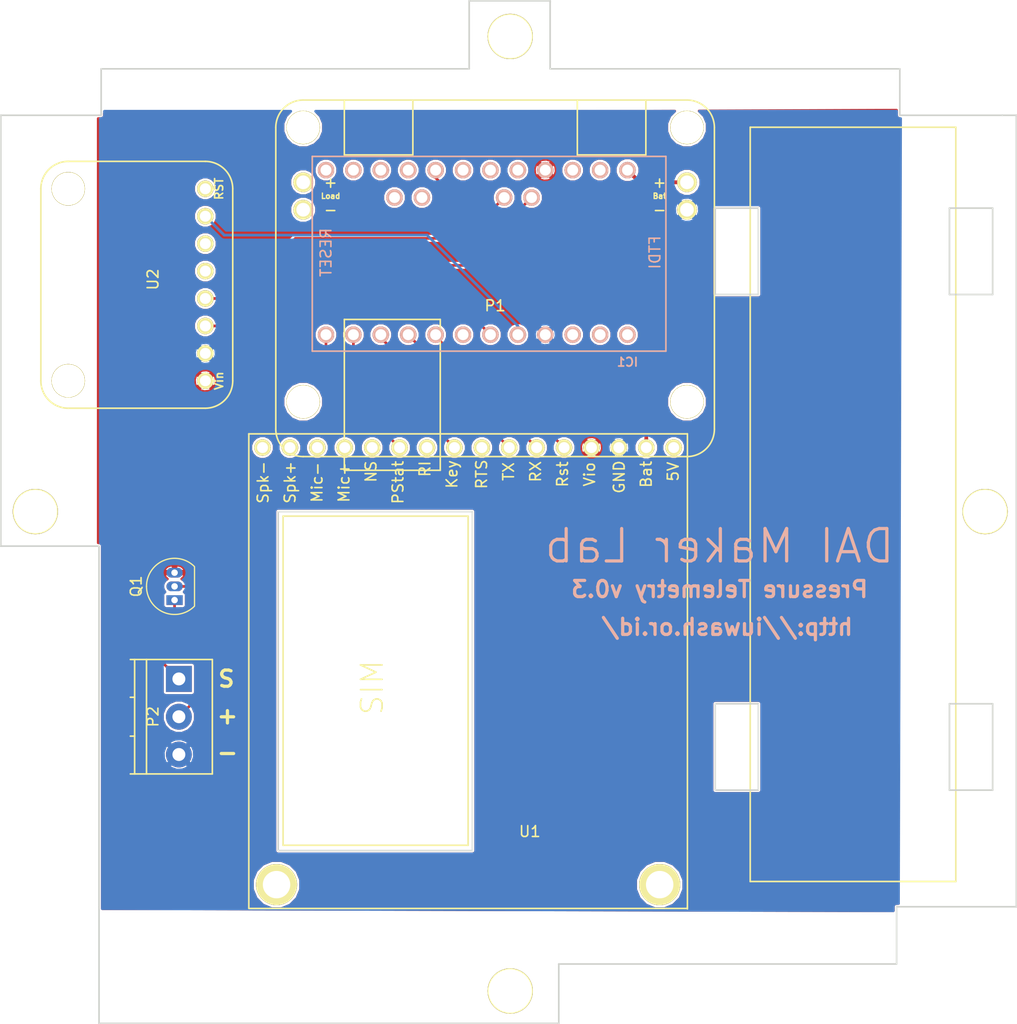
<source format=kicad_pcb>
(kicad_pcb (version 4) (host pcbnew 4.0.2-stable)

  (general
    (links 20)
    (no_connects 0)
    (area 77.424999 54.224999 171.675001 149.075001)
    (thickness 1.6)
    (drawings 48)
    (tracks 54)
    (zones 0)
    (modules 11)
    (nets 43)
  )

  (page A4)
  (layers
    (0 F.Cu signal)
    (31 B.Cu signal)
    (32 B.Adhes user)
    (33 F.Adhes user)
    (34 B.Paste user)
    (35 F.Paste user)
    (36 B.SilkS user)
    (37 F.SilkS user)
    (38 B.Mask user)
    (39 F.Mask user)
    (40 Dwgs.User user)
    (41 Cmts.User user)
    (42 Eco1.User user)
    (43 Eco2.User user)
    (44 Edge.Cuts user)
    (45 Margin user)
    (46 B.CrtYd user)
    (47 F.CrtYd user)
    (48 B.Fab user)
    (49 F.Fab user)
  )

  (setup
    (last_trace_width 0.25)
    (trace_clearance 0.2)
    (zone_clearance 0.102)
    (zone_45_only no)
    (trace_min 0.2)
    (segment_width 0.2)
    (edge_width 0.15)
    (via_size 0.6)
    (via_drill 0.4)
    (via_min_size 0.4)
    (via_min_drill 0.3)
    (uvia_size 0.3)
    (uvia_drill 0.1)
    (uvias_allowed no)
    (uvia_min_size 0.2)
    (uvia_min_drill 0.1)
    (pcb_text_width 0.3)
    (pcb_text_size 1.5 1.5)
    (mod_edge_width 0.15)
    (mod_text_size 1 1)
    (mod_text_width 0.15)
    (pad_size 6.2 4.2)
    (pad_drill 6)
    (pad_to_mask_clearance 0.2)
    (aux_axis_origin 0 0)
    (visible_elements FFFFFF7F)
    (pcbplotparams
      (layerselection 0x010f0_80000001)
      (usegerberextensions false)
      (excludeedgelayer true)
      (linewidth 0.100000)
      (plotframeref false)
      (viasonmask false)
      (mode 1)
      (useauxorigin false)
      (hpglpennumber 1)
      (hpglpenspeed 20)
      (hpglpendiameter 15)
      (hpglpenoverlay 2)
      (psnegative false)
      (psa4output false)
      (plotreference true)
      (plotvalue true)
      (plotinvisibletext false)
      (padsonsilk false)
      (subtractmaskfromsilk false)
      (outputformat 1)
      (mirror false)
      (drillshape 0)
      (scaleselection 1)
      (outputdirectory ""))
  )

  (net 0 "")
  (net 1 "Net-(IC1-Pad28)")
  (net 2 "Net-(IC1-Pad27)")
  (net 3 "Net-(IC1-Pad1)")
  (net 4 "Net-(IC1-Pad2)")
  (net 5 "Net-(IC1-Pad3)")
  (net 6 GND)
  (net 7 "Net-(IC1-Pad5)")
  (net 8 BASE)
  (net 9 "Net-(IC1-Pad7)")
  (net 10 "Net-(IC1-Pad8)")
  (net 11 "Net-(IC1-Pad9)")
  (net 12 "Net-(IC1-Pad10)")
  (net 13 "Net-(IC1-Pad11)")
  (net 14 "Net-(IC1-Pad12)")
  (net 15 "Net-(IC1-Pad13)")
  (net 16 "Net-(IC1-Pad14)")
  (net 17 "Net-(IC1-Pad15)")
  (net 18 "Net-(IC1-Pad16)")
  (net 19 "Net-(IC1-Pad17)")
  (net 20 "Net-(IC1-Pad18)")
  (net 21 "Net-(IC1-Pad19)")
  (net 22 "Net-(IC1-Pad20)")
  (net 23 VCC)
  (net 24 "Net-(IC1-Pad22)")
  (net 25 "Net-(IC1-Pad23)")
  (net 26 RAW)
  (net 27 SDA)
  (net 28 SCL)
  (net 29 "Net-(P2-Pad2)")
  (net 30 "Net-(U1-Pad1)")
  (net 31 "Net-(U1-Pad8)")
  (net 32 "Net-(U1-Pad12)")
  (net 33 "Net-(U1-Pad13)")
  (net 34 "Net-(U1-Pad14)")
  (net 35 "Net-(U1-Pad15)")
  (net 36 "Net-(U1-Pad16)")
  (net 37 "Net-(U2-Pad8)")
  (net 38 "Net-(U2-Pad6)")
  (net 39 "Net-(U2-Pad5)")
  (net 40 "Net-(U1-Pad10)")
  (net 41 "Net-(P1-Pad2)")
  (net 42 "Net-(P1-Pad1)")

  (net_class Default "This is the default net class."
    (clearance 0.2)
    (trace_width 0.25)
    (via_dia 0.6)
    (via_drill 0.4)
    (uvia_dia 0.3)
    (uvia_drill 0.1)
    (add_net BASE)
    (add_net "Net-(IC1-Pad1)")
    (add_net "Net-(IC1-Pad10)")
    (add_net "Net-(IC1-Pad11)")
    (add_net "Net-(IC1-Pad12)")
    (add_net "Net-(IC1-Pad13)")
    (add_net "Net-(IC1-Pad14)")
    (add_net "Net-(IC1-Pad15)")
    (add_net "Net-(IC1-Pad16)")
    (add_net "Net-(IC1-Pad17)")
    (add_net "Net-(IC1-Pad18)")
    (add_net "Net-(IC1-Pad19)")
    (add_net "Net-(IC1-Pad2)")
    (add_net "Net-(IC1-Pad20)")
    (add_net "Net-(IC1-Pad22)")
    (add_net "Net-(IC1-Pad23)")
    (add_net "Net-(IC1-Pad27)")
    (add_net "Net-(IC1-Pad28)")
    (add_net "Net-(IC1-Pad3)")
    (add_net "Net-(IC1-Pad5)")
    (add_net "Net-(IC1-Pad7)")
    (add_net "Net-(IC1-Pad8)")
    (add_net "Net-(IC1-Pad9)")
    (add_net "Net-(P1-Pad1)")
    (add_net "Net-(P1-Pad2)")
    (add_net "Net-(P2-Pad2)")
    (add_net "Net-(U1-Pad1)")
    (add_net "Net-(U1-Pad10)")
    (add_net "Net-(U1-Pad12)")
    (add_net "Net-(U1-Pad13)")
    (add_net "Net-(U1-Pad14)")
    (add_net "Net-(U1-Pad15)")
    (add_net "Net-(U1-Pad16)")
    (add_net "Net-(U1-Pad8)")
    (add_net "Net-(U2-Pad5)")
    (add_net "Net-(U2-Pad6)")
    (add_net "Net-(U2-Pad8)")
    (add_net SCL)
    (add_net SDA)
  )

  (net_class POWER ""
    (clearance 0.25)
    (trace_width 0.35)
    (via_dia 0.6)
    (via_drill 0.4)
    (uvia_dia 0.3)
    (uvia_drill 0.1)
    (add_net GND)
    (add_net RAW)
    (add_net VCC)
  )

  (module Terminal_Blocks:TerminalBlock_Pheonix_PT-3.5mm_3pol (layer F.Cu) (tedit 58C2CFDA) (tstamp 58C09361)
    (at 94 117.1 270)
    (descr "3-way 3.5mm pitch terminal block, Phoenix PT series")
    (path /58C04F0E)
    (fp_text reference P2 (at 3.5 2.4 450) (layer F.SilkS)
      (effects (font (size 1 1) (thickness 0.15)))
    )
    (fp_text value CONN_01X03 (at 3.5 6 270) (layer F.Fab)
      (effects (font (size 1 1) (thickness 0.15)))
    )
    (fp_line (start -2 -3.3) (end 9 -3.3) (layer F.CrtYd) (width 0.05))
    (fp_line (start -2 4.7) (end -2 -3.3) (layer F.CrtYd) (width 0.05))
    (fp_line (start 9 4.7) (end -2 4.7) (layer F.CrtYd) (width 0.05))
    (fp_line (start 9 -3.3) (end 9 4.7) (layer F.CrtYd) (width 0.05))
    (fp_line (start 1.7 4.1) (end 1.7 4.5) (layer F.SilkS) (width 0.15))
    (fp_line (start 5.3 4.1) (end 5.3 4.5) (layer F.SilkS) (width 0.15))
    (fp_line (start -1.8 3) (end 8.8 3) (layer F.SilkS) (width 0.15))
    (fp_line (start -1.8 4.1) (end 8.8 4.1) (layer F.SilkS) (width 0.15))
    (fp_line (start -1.8 -3.1) (end -1.8 4.5) (layer F.SilkS) (width 0.15))
    (fp_line (start 8.8 4.5) (end 8.8 -3.1) (layer F.SilkS) (width 0.15))
    (fp_line (start 8.8 -3.1) (end -1.8 -3.1) (layer F.SilkS) (width 0.15))
    (pad 2 thru_hole circle (at 3.5 0 270) (size 2.4 2.4) (drill 1.2) (layers *.Cu *.Mask)
      (net 29 "Net-(P2-Pad2)"))
    (pad 3 thru_hole circle (at 7 0 270) (size 2.4 2.4) (drill 1.2) (layers *.Cu *.Mask)
      (net 6 GND))
    (pad 1 thru_hole rect (at 0 0 270) (size 2.4 2.4) (drill 1.2) (layers *.Cu *.Mask)
      (net 19 "Net-(IC1-Pad17)"))
    (model Terminal_Blocks.3dshapes/TerminalBlock_Pheonix_PT-3.5mm_3pol.wrl
      (at (xyz 0 0 0))
      (scale (xyz 1 1 1))
      (rotate (xyz 0 0 0))
    )
  )

  (module TO_SOT_Packages_THT:TO-92_Inline_Narrow_Oval (layer F.Cu) (tedit 58610929) (tstamp 58C09368)
    (at 93.6 109.8 90)
    (descr "TO-92 leads in-line, narrow, oval pads, drill 0.6mm (see NXP sot054_po.pdf)")
    (tags "to-92 sc-43 sc-43a sot54 PA33 transistor")
    (path /58C050A2)
    (fp_text reference Q1 (at 1.27 -3.56 90) (layer F.SilkS)
      (effects (font (size 1 1) (thickness 0.15)))
    )
    (fp_text value PN2222A (at 1.27 2.79 90) (layer F.Fab)
      (effects (font (size 1 1) (thickness 0.15)))
    )
    (fp_text user %R (at 1.27 -3.56 90) (layer F.Fab)
      (effects (font (size 1 1) (thickness 0.15)))
    )
    (fp_line (start -0.53 1.85) (end 3.07 1.85) (layer F.SilkS) (width 0.12))
    (fp_line (start -0.5 1.75) (end 3 1.75) (layer F.Fab) (width 0.1))
    (fp_line (start -1.46 -2.73) (end 4 -2.73) (layer F.CrtYd) (width 0.05))
    (fp_line (start -1.46 -2.73) (end -1.46 2.01) (layer F.CrtYd) (width 0.05))
    (fp_line (start 4 2.01) (end 4 -2.73) (layer F.CrtYd) (width 0.05))
    (fp_line (start 4 2.01) (end -1.46 2.01) (layer F.CrtYd) (width 0.05))
    (fp_arc (start 1.27 0) (end 1.27 -2.48) (angle 135) (layer F.Fab) (width 0.1))
    (fp_arc (start 1.27 0) (end 1.27 -2.6) (angle -135) (layer F.SilkS) (width 0.12))
    (fp_arc (start 1.27 0) (end 1.27 -2.48) (angle -135) (layer F.Fab) (width 0.1))
    (fp_arc (start 1.27 0) (end 1.27 -2.6) (angle 135) (layer F.SilkS) (width 0.12))
    (pad 2 thru_hole oval (at 1.27 0 270) (size 0.9 1.5) (drill 0.6) (layers *.Cu *.Mask)
      (net 8 BASE))
    (pad 3 thru_hole oval (at 2.54 0 270) (size 0.9 1.5) (drill 0.6) (layers *.Cu *.Mask)
      (net 23 VCC))
    (pad 1 thru_hole rect (at 0 0 270) (size 0.9 1.5) (drill 0.6) (layers *.Cu *.Mask)
      (net 29 "Net-(P2-Pad2)"))
    (model TO_SOT_Packages_THT.3dshapes/TO-92_Inline_Narrow_Oval.wrl
      (at (xyz 0.05 0 0))
      (scale (xyz 1 1 1))
      (rotate (xyz 0 0 -90))
    )
  )

  (module DAI_Maker_Lab_footprints:FONA_808 (layer F.Cu) (tedit 57680CB0) (tstamp 58C09398)
    (at 120.8 117.9 180)
    (path /58C049A8)
    (fp_text reference U1 (at -5.715 -13.335 180) (layer F.SilkS)
      (effects (font (size 1 1) (thickness 0.15)))
    )
    (fp_text value FONA_808 (at -0.635 -17.78 180) (layer F.Fab)
      (effects (font (size 2 2) (thickness 0.15)))
    )
    (fp_line (start -20.32 -20.3) (end -20.32 -20.5) (layer F.SilkS) (width 0.15))
    (fp_text user SIM (at 8.89 0 270) (layer F.SilkS)
      (effects (font (size 2 2) (thickness 0.15)))
    )
    (fp_line (start 17.145 -14.605) (end 17.145 15.875) (layer F.SilkS) (width 0.15))
    (fp_line (start 17.145 15.875) (end 0 15.875) (layer F.SilkS) (width 0.15))
    (fp_line (start 0 15.875) (end 0 -14.605) (layer F.SilkS) (width 0.15))
    (fp_line (start 0 -14.605) (end 17.145 -14.605) (layer F.SilkS) (width 0.15))
    (fp_text user Spk- (at 19 19 270) (layer F.SilkS)
      (effects (font (size 1 1) (thickness 0.15)))
    )
    (fp_text user Spk+ (at 16.5 19 270) (layer F.SilkS)
      (effects (font (size 1 1) (thickness 0.15)))
    )
    (fp_text user Mic- (at 14 19 270) (layer F.SilkS)
      (effects (font (size 1 1) (thickness 0.15)))
    )
    (fp_text user Mic+ (at 11.5 19 270) (layer F.SilkS)
      (effects (font (size 1 1) (thickness 0.15)))
    )
    (fp_text user NS (at 9 20 270) (layer F.SilkS)
      (effects (font (size 1 1) (thickness 0.15)))
    )
    (fp_text user PStat (at 6.5 19 270) (layer F.SilkS)
      (effects (font (size 1 1) (thickness 0.15)))
    )
    (fp_text user RI (at 4 20.25 270) (layer F.SilkS)
      (effects (font (size 1 1) (thickness 0.15)))
    )
    (fp_text user Key (at 1.5 19.75 270) (layer F.SilkS)
      (effects (font (size 1 1) (thickness 0.15)))
    )
    (fp_text user RTS (at -1.25 19.75 270) (layer F.SilkS)
      (effects (font (size 1 1) (thickness 0.15)))
    )
    (fp_text user TX (at -3.75 20 270) (layer F.SilkS)
      (effects (font (size 1 1) (thickness 0.15)))
    )
    (fp_text user RX (at -6.25 20 270) (layer F.SilkS)
      (effects (font (size 1 1) (thickness 0.15)))
    )
    (fp_text user Rst (at -8.75 19.75 270) (layer F.SilkS)
      (effects (font (size 1 1) (thickness 0.15)))
    )
    (fp_text user Vio (at -11.25 19.75 270) (layer F.SilkS)
      (effects (font (size 1 1) (thickness 0.15)))
    )
    (fp_text user GND (at -14 19.5 270) (layer F.SilkS)
      (effects (font (size 1 1) (thickness 0.15)))
    )
    (fp_text user Bat (at -16.5 19.75 270) (layer F.SilkS)
      (effects (font (size 1 1) (thickness 0.15)))
    )
    (fp_text user 5V (at -19 20 270) (layer F.SilkS)
      (effects (font (size 1 1) (thickness 0.15)))
    )
    (fp_line (start -20.32 -20.455) (end 20.32 -20.455) (layer F.SilkS) (width 0.15))
    (fp_line (start 20.32 -20.4) (end 20.32 23.495) (layer F.SilkS) (width 0.15))
    (fp_line (start 20.32 23.495) (end -20.32 23.495) (layer F.SilkS) (width 0.15))
    (fp_line (start -20.32 23.495) (end -20.32 -20.4) (layer F.SilkS) (width 0.15))
    (pad 18 thru_hole circle (at 17.75 -18.25 180) (size 3.81 3.81) (drill 2.54) (layers *.Cu *.Mask F.SilkS))
    (pad 1 thru_hole circle (at -19.05 22.225 180) (size 1.524 1.524) (drill 1.016) (layers *.Cu *.Mask F.SilkS)
      (net 30 "Net-(U1-Pad1)"))
    (pad 2 thru_hole circle (at -16.51 22.225 180) (size 1.524 1.524) (drill 1.016) (layers *.Cu *.Mask F.SilkS)
      (net 26 RAW))
    (pad 3 thru_hole circle (at -13.97 22.225 180) (size 1.524 1.524) (drill 1.016) (layers *.Cu *.Mask F.SilkS)
      (net 6 GND))
    (pad 4 thru_hole circle (at -11.43 22.225 180) (size 1.524 1.524) (drill 1.016) (layers *.Cu *.Mask F.SilkS)
      (net 23 VCC))
    (pad 5 thru_hole circle (at -8.89 22.225 180) (size 1.524 1.524) (drill 1.016) (layers *.Cu *.Mask F.SilkS)
      (net 10 "Net-(IC1-Pad8)"))
    (pad 6 thru_hole circle (at -6.35 22.225 180) (size 1.524 1.524) (drill 1.016) (layers *.Cu *.Mask F.SilkS)
      (net 11 "Net-(IC1-Pad9)"))
    (pad 7 thru_hole circle (at -3.81 22.225 180) (size 1.524 1.524) (drill 1.016) (layers *.Cu *.Mask F.SilkS)
      (net 12 "Net-(IC1-Pad10)"))
    (pad 8 thru_hole circle (at -1.27 22.225 180) (size 1.524 1.524) (drill 1.016) (layers *.Cu *.Mask F.SilkS)
      (net 31 "Net-(U1-Pad8)"))
    (pad 9 thru_hole circle (at 1.27 22.225 180) (size 1.524 1.524) (drill 1.016) (layers *.Cu *.Mask F.SilkS)
      (net 13 "Net-(IC1-Pad11)"))
    (pad 10 thru_hole circle (at 3.81 22.225 180) (size 1.524 1.524) (drill 1.016) (layers *.Cu *.Mask F.SilkS)
      (net 40 "Net-(U1-Pad10)"))
    (pad 11 thru_hole circle (at 6.35 22.225 180) (size 1.524 1.524) (drill 1.016) (layers *.Cu *.Mask F.SilkS)
      (net 14 "Net-(IC1-Pad12)"))
    (pad 12 thru_hole circle (at 8.89 22.225 180) (size 1.524 1.524) (drill 1.016) (layers *.Cu *.Mask F.SilkS)
      (net 32 "Net-(U1-Pad12)"))
    (pad 13 thru_hole circle (at 11.43 22.225 180) (size 1.524 1.524) (drill 1.016) (layers *.Cu *.Mask F.SilkS)
      (net 33 "Net-(U1-Pad13)"))
    (pad 14 thru_hole circle (at 13.97 22.225 180) (size 1.524 1.524) (drill 1.016) (layers *.Cu *.Mask F.SilkS)
      (net 34 "Net-(U1-Pad14)"))
    (pad 15 thru_hole circle (at 16.51 22.225 180) (size 1.524 1.524) (drill 1.016) (layers *.Cu *.Mask F.SilkS)
      (net 35 "Net-(U1-Pad15)"))
    (pad 16 thru_hole circle (at 19.05 22.225 180) (size 1.524 1.524) (drill 1.016) (layers *.Cu *.Mask F.SilkS)
      (net 36 "Net-(U1-Pad16)"))
    (pad 17 thru_hole circle (at -17.75 -18.25 180) (size 3.81 3.81) (drill 2.54) (layers *.Cu *.Mask F.SilkS))
  )

  (module DAI_Maker_Lab_footprints:M4_Mounting_Hole (layer F.Cu) (tedit 58C1741F) (tstamp 58C17DA9)
    (at 80.7 101.6)
    (fp_text reference "" (at 0 0.5) (layer F.SilkS)
      (effects (font (size 1 1) (thickness 0.15)))
    )
    (fp_text value M4 (at 0 -2.8) (layer F.Fab)
      (effects (font (size 1 1) (thickness 0.15)))
    )
    (pad "" thru_hole circle (at 0 0) (size 4.2 4.2) (drill 4) (layers *.Cu *.Mask F.SilkS))
  )

  (module DAI_Maker_Lab_footprints:M4_Mounting_Hole (layer F.Cu) (tedit 58C1741F) (tstamp 58C17DF0)
    (at 168.7 101.6)
    (fp_text reference "" (at 0 0.5) (layer F.SilkS)
      (effects (font (size 1 1) (thickness 0.15)))
    )
    (fp_text value M4 (at 0 -2.8) (layer F.Fab)
      (effects (font (size 1 1) (thickness 0.15)))
    )
    (pad "" thru_hole circle (at 0 0) (size 4.2 4.2) (drill 4) (layers *.Cu *.Mask F.SilkS))
  )

  (module DAI_Maker_Lab_footprints:M4_Mounting_Hole (layer F.Cu) (tedit 58C2D1C8) (tstamp 58C17E03)
    (at 124.7 57.6)
    (fp_text reference "" (at 0 0.5) (layer F.SilkS)
      (effects (font (size 1 1) (thickness 0.15)))
    )
    (fp_text value M4 (at 0 3.1) (layer F.Fab)
      (effects (font (size 1 1) (thickness 0.15)))
    )
    (pad "" thru_hole circle (at 0 0) (size 4.2 4.2) (drill 4) (layers *.Cu *.Mask F.SilkS))
  )

  (module DAI_Maker_Lab_footprints:M4_Mounting_Hole (layer F.Cu) (tedit 58C1741F) (tstamp 58C17E0C)
    (at 124.7 146)
    (fp_text reference "" (at 0 0.5) (layer F.SilkS)
      (effects (font (size 1 1) (thickness 0.15)))
    )
    (fp_text value M4 (at 0 -2.8) (layer F.Fab)
      (effects (font (size 1 1) (thickness 0.15)))
    )
    (pad "" thru_hole circle (at 0 0) (size 4.2 4.2) (drill 4) (layers *.Cu *.Mask F.SilkS))
  )

  (module DAI_Maker_Lab_footprints:LiPo_Cylindrical (layer F.Cu) (tedit 58CACF2B) (tstamp 58C18C52)
    (at 157.1 100.3 90)
    (fp_text reference "" (at 0 2.54 90) (layer F.SilkS)
      (effects (font (size 1 1) (thickness 0.15)))
    )
    (fp_text value LiPo_Cylindrical (at 0 -2.54 90) (layer F.Fab)
      (effects (font (size 1 1) (thickness 0.15)))
    )
    (fp_line (start -35.56 -10.16) (end 34.29 -10.16) (layer F.SilkS) (width 0.15))
    (fp_line (start 34.29 -10.16) (end 34.29 8.89) (layer F.SilkS) (width 0.15))
    (fp_line (start 34.29 8.89) (end -35.56 8.89) (layer F.SilkS) (width 0.15))
    (fp_line (start -35.56 8.89) (end -35.56 -10.16) (layer F.SilkS) (width 0.15))
  )

  (module DAI_Maker_Lab_footprints:Adafruit_LiPo_Solar (layer F.Cu) (tedit 59552CD8) (tstamp 595540C2)
    (at 123.3 80)
    (path /59552F28)
    (fp_text reference P1 (at 0 2.54) (layer F.SilkS)
      (effects (font (size 1 1) (thickness 0.15)))
    )
    (fp_text value LIPO_SOLAR (at 0 -1.27) (layer F.Fab)
      (effects (font (size 1 1) (thickness 0.15)))
    )
    (fp_text user - (at 15.24 -6.35) (layer F.SilkS)
      (effects (font (size 1 1) (thickness 0.15)))
    )
    (fp_text user + (at 15.24 -8.89) (layer F.SilkS)
      (effects (font (size 1 1) (thickness 0.15)))
    )
    (fp_text user Bat (at 15.24 -7.62) (layer F.SilkS)
      (effects (font (size 0.5 0.5) (thickness 0.125)))
    )
    (fp_text user + (at -15.24 -8.89) (layer F.SilkS)
      (effects (font (size 1 1) (thickness 0.15)))
    )
    (fp_text user - (at -15.24 -6.35) (layer F.SilkS)
      (effects (font (size 1 1) (thickness 0.15)))
    )
    (fp_text user Load (at -15.24 -7.62 180) (layer F.SilkS)
      (effects (font (size 0.5 0.5) (thickness 0.125)))
    )
    (fp_line (start 20.32 -13.97) (end 20.32 13.97) (layer F.SilkS) (width 0.15))
    (fp_line (start -20.32 13.97) (end -20.32 -13.97) (layer F.SilkS) (width 0.15))
    (fp_line (start -13.97 17.78) (end -13.97 3.81) (layer F.SilkS) (width 0.15))
    (fp_line (start -13.97 17.78) (end -5.08 17.78) (layer F.SilkS) (width 0.15))
    (fp_line (start -5.08 17.78) (end -5.08 3.81) (layer F.SilkS) (width 0.15))
    (fp_line (start -5.08 3.81) (end -13.97 3.81) (layer F.SilkS) (width 0.15))
    (fp_line (start 13.97 -16.51) (end 13.97 -11.43) (layer F.SilkS) (width 0.15))
    (fp_line (start 13.97 -11.43) (end 7.62 -11.43) (layer F.SilkS) (width 0.15))
    (fp_line (start 7.62 -11.43) (end 7.62 -16.51) (layer F.SilkS) (width 0.15))
    (fp_line (start -13.97 -16.51) (end -13.97 -11.43) (layer F.SilkS) (width 0.15))
    (fp_line (start -13.97 -11.43) (end -7.62 -11.43) (layer F.SilkS) (width 0.15))
    (fp_line (start -7.62 -11.43) (end -7.62 -16.51) (layer F.SilkS) (width 0.15))
    (fp_line (start -17.78 16.51) (end 17.78 16.51) (layer F.SilkS) (width 0.15))
    (fp_line (start -17.78 -16.51) (end 17.78 -16.51) (layer F.SilkS) (width 0.15))
    (fp_arc (start -17.78 13.97) (end -17.78 16.51) (angle 90) (layer F.SilkS) (width 0.15))
    (fp_arc (start 17.78 13.97) (end 20.32 13.97) (angle 90) (layer F.SilkS) (width 0.15))
    (fp_arc (start 17.78 -13.97) (end 17.78 -16.51) (angle 90) (layer F.SilkS) (width 0.15))
    (fp_arc (start -17.78 -13.97) (end -20.32 -13.97) (angle 90) (layer F.SilkS) (width 0.15))
    (pad 2 thru_hole circle (at -17.78 -6.35) (size 1.82 1.82) (drill 1.27) (layers *.Cu *.Mask F.SilkS)
      (net 41 "Net-(P1-Pad2)"))
    (pad "" thru_hole circle (at 17.78 11.43) (size 3.1 3.1) (drill 3) (layers *.Cu *.Mask F.SilkS))
    (pad "" thru_hole circle (at -17.78 11.43) (size 3.1 3.1) (drill 3) (layers *.Cu *.Mask F.SilkS))
    (pad "" thru_hole circle (at 17.78 -13.97) (size 3.1 3.1) (drill 3) (layers *.Cu *.Mask F.SilkS))
    (pad "" thru_hole circle (at -17.78 -13.97) (size 3.1 3.1) (drill 3) (layers *.Cu *.Mask F.SilkS))
    (pad 1 thru_hole circle (at -17.78 -8.89) (size 1.82 1.82) (drill 1.27) (layers *.Cu *.Mask F.SilkS)
      (net 42 "Net-(P1-Pad1)"))
    (pad 4 thru_hole circle (at 17.78 -6.35) (size 1.82 1.82) (drill 1.27) (layers *.Cu *.Mask F.SilkS)
      (net 6 GND))
    (pad 3 thru_hole circle (at 17.78 -8.89) (size 1.82 1.82) (drill 1.27) (layers *.Cu *.Mask F.SilkS)
      (net 26 RAW))
  )

  (module DAI_Maker_Lab_footprints:Adafruit_DS3231 (layer F.Cu) (tedit 58EE6B59) (tstamp 596E7326)
    (at 90.1 80.6 90)
    (path /58C053A0)
    (fp_text reference U2 (at 0.5 1.5 90) (layer F.SilkS)
      (effects (font (size 1 1) (thickness 0.15)))
    )
    (fp_text value Adafruit_DS3231 (at 0.5 -1.5 90) (layer F.Fab)
      (effects (font (size 1 1) (thickness 0.15)))
    )
    (fp_text user RST (at 8.89 7.62 90) (layer F.SilkS)
      (effects (font (size 0.75 0.75) (thickness 0.15)))
    )
    (fp_text user Vin (at -8.89 7.62 90) (layer F.SilkS)
      (effects (font (size 0.75 0.75) (thickness 0.15)))
    )
    (fp_line (start 11.43 6.35) (end 11.43 -6.35) (layer F.SilkS) (width 0.15))
    (fp_line (start -8.89 8.89) (end 8.89 8.89) (layer F.SilkS) (width 0.15))
    (fp_line (start -11.43 -6.35) (end -11.43 6.35) (layer F.SilkS) (width 0.15))
    (fp_arc (start 8.89 6.35) (end 11.43 6.35) (angle 90) (layer F.SilkS) (width 0.15))
    (fp_arc (start -8.89 6.35) (end -8.89 8.89) (angle 90) (layer F.SilkS) (width 0.15))
    (fp_line (start 8.89 -8.89) (end -8.89 -8.89) (layer F.SilkS) (width 0.15))
    (fp_arc (start 8.89 -6.35) (end 8.89 -8.89) (angle 90) (layer F.SilkS) (width 0.15))
    (fp_arc (start -8.89 -6.35) (end -11.43 -6.35) (angle 90) (layer F.SilkS) (width 0.15))
    (pad "" thru_hole circle (at 8.89 -6.35 90) (size 3.1 3.1) (drill 3) (layers *.Cu *.Mask F.SilkS))
    (pad 8 thru_hole circle (at 8.89 6.35 90) (size 1.524 1.524) (drill 1.016) (layers *.Cu *.Mask F.SilkS)
      (net 37 "Net-(U2-Pad8)"))
    (pad 7 thru_hole circle (at 6.35 6.35 90) (size 1.524 1.524) (drill 1.016) (layers *.Cu *.Mask F.SilkS)
      (net 7 "Net-(IC1-Pad5)"))
    (pad 6 thru_hole circle (at 3.81 6.35 90) (size 1.524 1.524) (drill 1.016) (layers *.Cu *.Mask F.SilkS)
      (net 38 "Net-(U2-Pad6)"))
    (pad 5 thru_hole circle (at 1.27 6.35 90) (size 1.524 1.524) (drill 1.016) (layers *.Cu *.Mask F.SilkS)
      (net 39 "Net-(U2-Pad5)"))
    (pad 4 thru_hole circle (at -1.27 6.35 90) (size 1.524 1.524) (drill 1.016) (layers *.Cu *.Mask F.SilkS)
      (net 27 SDA))
    (pad 3 thru_hole circle (at -3.81 6.35 90) (size 1.524 1.524) (drill 1.016) (layers *.Cu *.Mask F.SilkS)
      (net 28 SCL))
    (pad 2 thru_hole circle (at -6.35 6.35 90) (size 1.524 1.524) (drill 1.016) (layers *.Cu *.Mask F.SilkS)
      (net 6 GND))
    (pad 1 thru_hole circle (at -8.89 6.35 90) (size 1.524 1.524) (drill 1.016) (layers *.Cu *.Mask F.SilkS)
      (net 23 VCC))
    (pad "" thru_hole circle (at -8.89 -6.35 90) (size 3.1 3.1) (drill 3) (layers *.Cu *.Mask F.SilkS))
  )

  (module DAI_Maker_Lab_footprints:Arduino_Pro_Mini (layer B.Cu) (tedit 596642EE) (tstamp 596E744D)
    (at 121.6 77.6 180)
    (descr "IC, ARDUINO_PRO_MINI x 0,6\"")
    (tags "DIL ARDUINO PRO MINI")
    (path /58C05D7C)
    (fp_text reference IC1 (at -13.97 -10.16 180) (layer B.SilkS)
      (effects (font (size 0.8 0.8) (thickness 0.16)) (justify mirror))
    )
    (fp_text value ArduinoProMini (at 0 0 180) (layer B.Fab) hide
      (effects (font (size 0.8 0.8) (thickness 0.16)) (justify mirror))
    )
    (fp_text user RESET (at 13.97 0 450) (layer B.SilkS)
      (effects (font (size 1 1) (thickness 0.15)) (justify mirror))
    )
    (fp_text user FTDI (at -16.51 0 450) (layer B.SilkS)
      (effects (font (size 1 1) (thickness 0.15)) (justify mirror))
    )
    (fp_line (start 15.24 -9.144) (end 15.24 8.89) (layer B.SilkS) (width 0.15))
    (fp_line (start -17.526 8.89) (end -17.526 -9.144) (layer B.SilkS) (width 0.15))
    (fp_line (start 15.24 -9.144) (end -17.526 -9.144) (layer B.SilkS) (width 0.15))
    (fp_line (start -17.526 8.89) (end 15.24 8.89) (layer B.SilkS) (width 0.15))
    (pad 28 thru_hole circle (at 5.08 5.08 180) (size 1.524 1.524) (drill 1.016) (layers *.Cu *.Mask B.SilkS)
      (net 1 "Net-(IC1-Pad28)"))
    (pad 27 thru_hole circle (at 7.62 5.08 180) (size 1.524 1.524) (drill 1.016) (layers *.Cu *.Mask B.SilkS)
      (net 2 "Net-(IC1-Pad27)"))
    (pad 1 thru_hole circle (at -13.97 -7.62 180) (size 1.524 1.524) (drill 1.016) (layers *.Cu *.Mask B.SilkS)
      (net 3 "Net-(IC1-Pad1)"))
    (pad 2 thru_hole circle (at -11.43 -7.62 180) (size 1.524 1.524) (drill 1.016) (layers *.Cu *.Mask B.SilkS)
      (net 4 "Net-(IC1-Pad2)"))
    (pad 3 thru_hole circle (at -8.89 -7.62 180) (size 1.524 1.524) (drill 1.016) (layers *.Cu *.Mask B.SilkS)
      (net 5 "Net-(IC1-Pad3)"))
    (pad 4 thru_hole circle (at -6.35 -7.62 180) (size 1.524 1.524) (drill 1.016) (layers *.Cu *.Mask B.SilkS)
      (net 6 GND))
    (pad 5 thru_hole circle (at -3.81 -7.62 180) (size 1.524 1.524) (drill 1.016) (layers *.Cu *.Mask B.SilkS)
      (net 7 "Net-(IC1-Pad5)"))
    (pad 6 thru_hole circle (at -1.27 -7.62 180) (size 1.524 1.524) (drill 1.016) (layers *.Cu *.Mask B.SilkS)
      (net 8 BASE))
    (pad 7 thru_hole circle (at 1.27 -7.62 180) (size 1.524 1.524) (drill 1.016) (layers *.Cu *.Mask B.SilkS)
      (net 9 "Net-(IC1-Pad7)"))
    (pad 8 thru_hole circle (at 3.81 -7.62 180) (size 1.524 1.524) (drill 1.016) (layers *.Cu *.Mask B.SilkS)
      (net 10 "Net-(IC1-Pad8)"))
    (pad 9 thru_hole circle (at 6.35 -7.62 180) (size 1.524 1.524) (drill 1.016) (layers *.Cu *.Mask B.SilkS)
      (net 11 "Net-(IC1-Pad9)"))
    (pad 10 thru_hole circle (at 8.89 -7.62 180) (size 1.524 1.524) (drill 1.016) (layers *.Cu *.Mask B.SilkS)
      (net 12 "Net-(IC1-Pad10)"))
    (pad 11 thru_hole circle (at 11.43 -7.62 180) (size 1.524 1.524) (drill 1.016) (layers *.Cu *.Mask B.SilkS)
      (net 13 "Net-(IC1-Pad11)"))
    (pad 12 thru_hole circle (at 13.97 -7.62 180) (size 1.524 1.524) (drill 1.016) (layers *.Cu *.Mask B.SilkS)
      (net 14 "Net-(IC1-Pad12)"))
    (pad 13 thru_hole circle (at 13.97 7.62 180) (size 1.524 1.524) (drill 1.016) (layers *.Cu *.Mask B.SilkS)
      (net 15 "Net-(IC1-Pad13)"))
    (pad 14 thru_hole circle (at 11.43 7.62 180) (size 1.524 1.524) (drill 1.016) (layers *.Cu *.Mask B.SilkS)
      (net 16 "Net-(IC1-Pad14)"))
    (pad 15 thru_hole circle (at 8.89 7.62 180) (size 1.524 1.524) (drill 1.016) (layers *.Cu *.Mask B.SilkS)
      (net 17 "Net-(IC1-Pad15)"))
    (pad 16 thru_hole circle (at 6.35 7.62 180) (size 1.524 1.524) (drill 1.016) (layers *.Cu *.Mask B.SilkS)
      (net 18 "Net-(IC1-Pad16)"))
    (pad 17 thru_hole circle (at 3.81 7.62 180) (size 1.524 1.524) (drill 1.016) (layers *.Cu *.Mask B.SilkS)
      (net 19 "Net-(IC1-Pad17)"))
    (pad 18 thru_hole circle (at 1.27 7.62 180) (size 1.524 1.524) (drill 1.016) (layers *.Cu *.Mask B.SilkS)
      (net 20 "Net-(IC1-Pad18)"))
    (pad 19 thru_hole circle (at -1.27 7.62 180) (size 1.524 1.524) (drill 1.016) (layers *.Cu *.Mask B.SilkS)
      (net 21 "Net-(IC1-Pad19)"))
    (pad 20 thru_hole circle (at -3.81 7.62 180) (size 1.524 1.524) (drill 1.016) (layers *.Cu *.Mask B.SilkS)
      (net 22 "Net-(IC1-Pad20)"))
    (pad 21 thru_hole circle (at -6.35 7.62 180) (size 1.524 1.524) (drill 1.016) (layers *.Cu *.Mask B.SilkS)
      (net 23 VCC))
    (pad 22 thru_hole circle (at -8.89 7.62 180) (size 1.524 1.524) (drill 1.016) (layers *.Cu *.Mask B.SilkS)
      (net 24 "Net-(IC1-Pad22)"))
    (pad 23 thru_hole circle (at -11.43 7.62 180) (size 1.524 1.524) (drill 1.016) (layers *.Cu *.Mask B.SilkS)
      (net 25 "Net-(IC1-Pad23)"))
    (pad 24 thru_hole circle (at -13.97 7.62 180) (size 1.524 1.524) (drill 1.016) (layers *.Cu *.Mask B.SilkS)
      (net 26 RAW))
    (pad 25 thru_hole circle (at -2.54 5.08 180) (size 1.524 1.524) (drill 1.016) (layers *.Cu *.Mask B.SilkS)
      (net 27 SDA))
    (pad 26 thru_hole circle (at -5.08 5.08 180) (size 1.524 1.524) (drill 1.016) (layers *.Cu *.Mask B.SilkS)
      (net 28 SCL))
    (model Socket_Strips.3dshapes/Socket_Strip_Straight_1x02.wrl
      (at (xyz -0.15 0.2 0))
      (scale (xyz 1 1 1))
      (rotate (xyz 0 0 0))
    )
    (model Socket_Strips.3dshapes/Socket_Strip_Straight_1x03.wrl
      (at (xyz 0.55 0.1 0))
      (scale (xyz 1 1 1))
      (rotate (xyz 0 0 90))
    )
    (model Socket_Strips.3dshapes/Socket_Strip_Straight_1x12.wrl
      (at (xyz 0 0.3 0))
      (scale (xyz 1 1 1))
      (rotate (xyz 0 0 0))
    )
    (model Socket_Strips.3dshapes/Socket_Strip_Straight_1x12.wrl
      (at (xyz 0 -0.3 0))
      (scale (xyz 1 1 1))
      (rotate (xyz 0 0 0))
    )
    (model Socket_Strips.3dshapes/Socket_Strip_Straight_1x02.wrl
      (at (xyz 0.25 0.2 0))
      (scale (xyz 1 1 1))
      (rotate (xyz 0 0 0))
    )
    (model ${MYSLOCAL}/mysensors.3dshapes/mysensors_arduino.3dshapes/arduino_pro_mini.wrl
      (at (xyz -0.05 0 0.48))
      (scale (xyz 0.395 0.395 0.395))
      (rotate (xyz 0 0 180))
    )
    (model SMD_Packages.3dshapes/TQFP-32.wrl
      (at (xyz 0.05 0 0.5125))
      (scale (xyz 1 1 1))
      (rotate (xyz 0 0 315))
    )
    (model Pin_Headers.3dshapes/Pin_Header_Straight_1x12.wrl
      (at (xyz 0 -0.3 0.445))
      (scale (xyz 1 1 1))
      (rotate (xyz 0 180 0))
    )
    (model Pin_Headers.3dshapes/Pin_Header_Straight_1x12.wrl
      (at (xyz 0 0.3 0.445))
      (scale (xyz 1 1 1))
      (rotate (xyz 0 180 0))
    )
    (model Pin_Headers.3dshapes/Pin_Header_Straight_1x03.wrl
      (at (xyz 0.55 0.1 0.445))
      (scale (xyz 1 1 1))
      (rotate (xyz 0 180 90))
    )
    (model Pin_Headers.3dshapes/Pin_Header_Straight_1x02.wrl
      (at (xyz 0.25 0.2 0.445))
      (scale (xyz 1 1 1))
      (rotate (xyz 0 180 0))
    )
    (model Pin_Headers.3dshapes/Pin_Header_Straight_1x02.wrl
      (at (xyz -0.15 0.2 0.445))
      (scale (xyz 1 1 1))
      (rotate (xyz 0 180 0))
    )
    (model ${MYSLOCAL}/mysensors.3dshapes/w.lain.3dshapes/smd_leds/led_0603.wrl
      (at (xyz -0.3 0 0.5125))
      (scale (xyz 1 1 1))
      (rotate (xyz 0 0 0))
    )
    (model ${MYSLOCAL}/mysensors.3dshapes/w.lain.3dshapes/smd_leds/led_0603.wrl
      (at (xyz 0.55 -0.175 0.5125))
      (scale (xyz 1 1 1))
      (rotate (xyz 0 0 0))
    )
    (model Pin_Headers.3dshapes/Pin_Header_Angled_1x06.wrl
      (at (xyz -0.65 0 0.5125))
      (scale (xyz 1 1 1))
      (rotate (xyz 0 0 270))
    )
    (model Resistors_SMD.3dshapes/R_0603.wrl
      (at (xyz -0.3 -0.05 0.5125))
      (scale (xyz 1 1 1))
      (rotate (xyz 0 0 0))
    )
    (model Resistors_SMD.3dshapes/R_0603.wrl
      (at (xyz 0.55 -0.125 0.5125))
      (scale (xyz 1 1 1))
      (rotate (xyz 0 0 0))
    )
    (model Capacitors_SMD.3dshapes/C_0603.wrl
      (at (xyz -0.3 0.05 0.5125))
      (scale (xyz 1 1 1))
      (rotate (xyz 0 0 0))
    )
    (model Capacitors_Tantalum_SMD.3dshapes/TantalC_SizeS_EIA-3216.wrl
      (at (xyz -0.35 0.15 0.5125))
      (scale (xyz 1 1 1))
      (rotate (xyz 0 0 0))
    )
    (model Capacitors_Tantalum_SMD.3dshapes/TantalC_SizeS_EIA-3216.wrl
      (at (xyz -0.35 -0.15 0.5125))
      (scale (xyz 1 1 1))
      (rotate (xyz 0 0 0))
    )
    (model TO_SOT_Packages_SMD.3dshapes/SOT-23-5.wrl
      (at (xyz -0.4 0 0.5125))
      (scale (xyz 1 1 1))
      (rotate (xyz 0 0 90))
    )
    (model Capacitors_SMD.3dshapes/C_1210.wrl
      (at (xyz -0.5 0 0.5125))
      (scale (xyz 1 1 1))
      (rotate (xyz 0 0 90))
    )
  )

  (gr_line (start 165.4 127.4) (end 165.4 119.4) (angle 90) (layer Edge.Cuts) (width 0.15))
  (gr_line (start 169.4 127.4) (end 165.4 127.4) (angle 90) (layer Edge.Cuts) (width 0.15))
  (gr_line (start 169.4 119.4) (end 169.4 127.4) (angle 90) (layer Edge.Cuts) (width 0.15))
  (gr_line (start 165.4 119.4) (end 169.4 119.4) (angle 90) (layer Edge.Cuts) (width 0.15))
  (gr_line (start 143.7 127.4) (end 143.7 119.4) (angle 90) (layer Edge.Cuts) (width 0.15))
  (gr_line (start 147.7 127.4) (end 143.7 127.4) (angle 90) (layer Edge.Cuts) (width 0.15))
  (gr_line (start 147.7 119.4) (end 147.7 127.4) (angle 90) (layer Edge.Cuts) (width 0.15))
  (gr_line (start 143.7 119.4) (end 147.7 119.4) (angle 90) (layer Edge.Cuts) (width 0.15))
  (gr_line (start 165.4 81.5) (end 165.4 73.5) (angle 90) (layer Edge.Cuts) (width 0.15))
  (gr_line (start 169.4 81.5) (end 165.4 81.5) (angle 90) (layer Edge.Cuts) (width 0.15))
  (gr_line (start 169.4 73.5) (end 169.4 81.5) (angle 90) (layer Edge.Cuts) (width 0.15))
  (gr_line (start 165.4 73.5) (end 169.4 73.5) (angle 90) (layer Edge.Cuts) (width 0.15))
  (gr_line (start 143.7 81.5) (end 143.7 73.5) (angle 90) (layer Edge.Cuts) (width 0.15))
  (gr_line (start 147.7 81.5) (end 143.7 81.5) (angle 90) (layer Edge.Cuts) (width 0.15))
  (gr_line (start 147.7 73.5) (end 147.7 81.5) (angle 90) (layer Edge.Cuts) (width 0.15))
  (gr_line (start 143.7 73.5) (end 147.7 73.5) (angle 90) (layer Edge.Cuts) (width 0.15))
  (gr_text http://iuwash.or.id/ (at 144.8 112.3) (layer B.SilkS)
    (effects (font (size 1.5 1.5) (thickness 0.3)) (justify mirror))
  )
  (gr_text "Pressure Telemetry v0.3" (at 144.1 108.8) (layer B.SilkS)
    (effects (font (size 1.5 1.5) (thickness 0.3)) (justify mirror))
  )
  (gr_text "DAI Maker Lab" (at 144.1 104.8) (layer B.SilkS)
    (effects (font (size 3 3) (thickness 0.3)) (justify mirror))
  )
  (gr_line (start 129.2 143.5) (end 160.5 143.5) (angle 90) (layer Edge.Cuts) (width 0.15))
  (gr_line (start 129.2 149) (end 129.2 143.5) (angle 90) (layer Edge.Cuts) (width 0.15))
  (gr_line (start 128.4 54.3) (end 128.4 54.4) (angle 90) (layer Edge.Cuts) (width 0.15))
  (gr_line (start 121 54.3) (end 128.4 54.3) (angle 90) (layer Edge.Cuts) (width 0.15))
  (gr_line (start 128.4 60.6) (end 160.8 60.6) (angle 90) (layer Edge.Cuts) (width 0.15))
  (gr_line (start 128.4 54.4) (end 128.4 60.6) (angle 90) (layer Edge.Cuts) (width 0.15))
  (gr_line (start 120.9 54.3) (end 121 54.3) (angle 90) (layer Edge.Cuts) (width 0.15))
  (gr_line (start 120.9 60.6) (end 120.9 54.3) (angle 90) (layer Edge.Cuts) (width 0.15))
  (gr_line (start 86.8 60.6) (end 120.9 60.6) (angle 90) (layer Edge.Cuts) (width 0.15))
  (gr_line (start 77.5 104.8) (end 77.5 64.9) (angle 90) (layer Edge.Cuts) (width 0.15))
  (gr_line (start 86.6 138.2) (end 86.6 104.8) (angle 90) (layer Edge.Cuts) (width 0.15))
  (gr_line (start 77.5 104.8) (end 86.6 104.8) (angle 90) (layer Edge.Cuts) (width 0.15))
  (gr_text S (at 98.4 117.1) (layer F.SilkS)
    (effects (font (size 1.5 1.5) (thickness 0.3)))
  )
  (gr_text - (at 98.5 123.9) (layer F.SilkS)
    (effects (font (size 1.5 1.5) (thickness 0.3)))
  )
  (gr_text + (at 98.5 120.5) (layer F.SilkS)
    (effects (font (size 1.5 1.5) (thickness 0.3)))
  )
  (gr_line (start 103.2 133) (end 103.2 101.6) (angle 90) (layer Edge.Cuts) (width 0.15))
  (gr_line (start 121.2 133) (end 103.2 133) (angle 90) (layer Edge.Cuts) (width 0.15))
  (gr_line (start 121.2 101.6) (end 121.2 133) (angle 90) (layer Edge.Cuts) (width 0.15))
  (gr_line (start 103.2 101.6) (end 121.2 101.6) (angle 90) (layer Edge.Cuts) (width 0.15))
  (gr_line (start 86.8 64.9) (end 86.8 60.6) (angle 90) (layer Edge.Cuts) (width 0.15))
  (gr_line (start 77.5 64.9) (end 86.8 64.9) (angle 90) (layer Edge.Cuts) (width 0.15))
  (gr_line (start 160.8 60.6) (end 160.8 64.9) (angle 90) (layer Edge.Cuts) (width 0.15))
  (gr_line (start 160.8 64.9) (end 170.3 64.9) (angle 90) (layer Edge.Cuts) (width 0.15))
  (gr_line (start 170.3 64.9) (end 171.6 64.9) (angle 90) (layer Edge.Cuts) (width 0.15))
  (gr_line (start 171.6 64.9) (end 171.6 138.2) (angle 90) (layer Edge.Cuts) (width 0.15))
  (gr_line (start 171.6 138.2) (end 160.5 138.2) (angle 90) (layer Edge.Cuts) (width 0.15))
  (gr_line (start 160.5 138.2) (end 160.5 143.5) (angle 90) (layer Edge.Cuts) (width 0.15))
  (gr_line (start 129.2 149) (end 86.6 149) (angle 90) (layer Edge.Cuts) (width 0.15))
  (gr_line (start 86.6 149) (end 86.6 138.2) (angle 90) (layer Edge.Cuts) (width 0.15))

  (segment (start 142.4432 132.4864) (end 142.494 132.4864) (width 0.25) (layer F.Cu) (net 0))
  (segment (start 125.41 85.22) (end 125.41 84.41) (width 0.25) (layer B.Cu) (net 7))
  (segment (start 125.41 84.41) (end 117 76) (width 0.25) (layer B.Cu) (net 7) (tstamp 596E72EC))
  (segment (start 117 76) (end 98.2 76) (width 0.25) (layer B.Cu) (net 7) (tstamp 596E72ED))
  (segment (start 98.2 76) (end 96.45 74.25) (width 0.25) (layer B.Cu) (net 7) (tstamp 596E72EF))
  (segment (start 93.6 108.53) (end 94.77 108.53) (width 0.25) (layer F.Cu) (net 8))
  (segment (start 119.55 81.9) (end 122.87 85.22) (width 0.25) (layer F.Cu) (net 8) (tstamp 58CAC9B5))
  (segment (start 107.2 81.9) (end 119.55 81.9) (width 0.25) (layer F.Cu) (net 8) (tstamp 58CAC9B3))
  (segment (start 100 89.1) (end 107.2 81.9) (width 0.25) (layer F.Cu) (net 8) (tstamp 58CAC9AE))
  (segment (start 100 103.3) (end 100 89.1) (width 0.25) (layer F.Cu) (net 8) (tstamp 58CAC9AC))
  (segment (start 94.77 108.53) (end 100 103.3) (width 0.25) (layer F.Cu) (net 8) (tstamp 58CAC9A3))
  (segment (start 122.315 88.3) (end 129.69 95.675) (width 0.25) (layer F.Cu) (net 10) (tstamp 58CAC9EB))
  (segment (start 120.7 88.3) (end 122.315 88.3) (width 0.25) (layer F.Cu) (net 10) (tstamp 58CAC9E8))
  (segment (start 117.79 85.39) (end 120.7 88.3) (width 0.25) (layer F.Cu) (net 10) (tstamp 58CAC9E6))
  (segment (start 117.79 85.22) (end 117.79 85.39) (width 0.25) (layer F.Cu) (net 10))
  (segment (start 115.25 85.22) (end 115.25 85.25) (width 0.25) (layer F.Cu) (net 11))
  (segment (start 115.25 85.25) (end 120.2 90.2) (width 0.25) (layer F.Cu) (net 11) (tstamp 58CAC9DA))
  (segment (start 120.2 90.2) (end 121.675 90.2) (width 0.25) (layer F.Cu) (net 11) (tstamp 58CAC9DF))
  (segment (start 121.675 90.2) (end 127.15 95.675) (width 0.25) (layer F.Cu) (net 11) (tstamp 58CAC9E2))
  (segment (start 112.71 85.22) (end 112.71 85.51) (width 0.25) (layer F.Cu) (net 12))
  (segment (start 112.71 85.51) (end 119.3 92.1) (width 0.25) (layer F.Cu) (net 12) (tstamp 58CAC9CD))
  (segment (start 119.3 92.1) (end 121.035 92.1) (width 0.25) (layer F.Cu) (net 12) (tstamp 58CAC9D0))
  (segment (start 121.035 92.1) (end 124.61 95.675) (width 0.25) (layer F.Cu) (net 12) (tstamp 58CAC9D4))
  (segment (start 110.17 85.22) (end 110.17 86.315) (width 0.25) (layer F.Cu) (net 13))
  (segment (start 110.17 86.315) (end 119.53 95.675) (width 0.25) (layer F.Cu) (net 13) (tstamp 58CAC9C9))
  (segment (start 107.63 85.22) (end 107.63 88.855) (width 0.25) (layer F.Cu) (net 14))
  (segment (start 107.63 88.855) (end 114.45 95.675) (width 0.25) (layer F.Cu) (net 14) (tstamp 58CAC9C4))
  (segment (start 117.79 69.98) (end 117.79 70.69) (width 0.25) (layer F.Cu) (net 19))
  (segment (start 117.79 70.69) (end 118.7 71.6) (width 0.25) (layer F.Cu) (net 19) (tstamp 58C1BD4E))
  (segment (start 118.7 71.6) (end 118.7 73.5) (width 0.25) (layer F.Cu) (net 19) (tstamp 58C1BD50))
  (segment (start 118.7 73.5) (end 117.3 74.9) (width 0.25) (layer F.Cu) (net 19) (tstamp 58C1BD52))
  (segment (start 117.3 74.9) (end 103.5 74.9) (width 0.25) (layer F.Cu) (net 19) (tstamp 58C1BD55))
  (segment (start 103.5 74.9) (end 97.2 68.6) (width 0.25) (layer F.Cu) (net 19) (tstamp 58C1BD5B))
  (segment (start 97.2 68.6) (end 95.7 68.6) (width 0.25) (layer F.Cu) (net 19) (tstamp 58C1BD5E))
  (segment (start 95.7 68.6) (end 89.3 75) (width 0.25) (layer F.Cu) (net 19) (tstamp 58C1BD60))
  (segment (start 89.3 75) (end 89.3 112.4) (width 0.25) (layer F.Cu) (net 19) (tstamp 58C1BD62))
  (segment (start 89.3 112.4) (end 94 117.1) (width 0.25) (layer F.Cu) (net 19) (tstamp 58C1BD66))
  (segment (start 137.31 95.675) (end 137.31 71.72) (width 0.35) (layer F.Cu) (net 26))
  (segment (start 137.31 71.72) (end 135.57 69.98) (width 0.35) (layer F.Cu) (net 26) (tstamp 595540EE))
  (segment (start 141.08 71.11) (end 136.7 71.11) (width 0.35) (layer F.Cu) (net 26))
  (segment (start 136.7 71.11) (end 135.57 69.98) (width 0.35) (layer F.Cu) (net 26) (tstamp 595540EA))
  (segment (start 135.57 69.98) (end 135.57 70.07) (width 0.35) (layer F.Cu) (net 26))
  (segment (start 120.36 76.3) (end 124.14 72.52) (width 0.25) (layer F.Cu) (net 27) (tstamp 58C1B3D9))
  (segment (start 104.8 76.3) (end 120.36 76.3) (width 0.25) (layer F.Cu) (net 27) (tstamp 58C1B3D7))
  (segment (start 99.23 81.87) (end 104.8 76.3) (width 0.25) (layer F.Cu) (net 27) (tstamp 58C1B3D0))
  (segment (start 96.45 81.87) (end 99.23 81.87) (width 0.25) (layer F.Cu) (net 27))
  (segment (start 96.45 84.41) (end 101.39 84.41) (width 0.25) (layer F.Cu) (net 28))
  (segment (start 101.39 84.41) (end 107 78.8) (width 0.25) (layer F.Cu) (net 28) (tstamp 58C1B3DD))
  (segment (start 107 78.8) (end 120.4 78.8) (width 0.25) (layer F.Cu) (net 28) (tstamp 58C1B3DF))
  (segment (start 120.4 78.8) (end 126.68 72.52) (width 0.25) (layer F.Cu) (net 28) (tstamp 58C1B3E1))
  (segment (start 93.6 109.8) (end 93.6 111.7) (width 0.25) (layer F.Cu) (net 29))
  (segment (start 96.8 117.8) (end 94 120.6) (width 0.25) (layer F.Cu) (net 29) (tstamp 58C83083))
  (segment (start 96.8 114.9) (end 96.8 117.8) (width 0.25) (layer F.Cu) (net 29) (tstamp 58C83081))
  (segment (start 93.6 111.7) (end 96.8 114.9) (width 0.25) (layer F.Cu) (net 29) (tstamp 58C8307B))

  (zone (net 6) (net_name GND) (layer B.Cu) (tstamp 58C1BE0F) (hatch edge 0.508)
    (connect_pads (clearance 0.102))
    (min_thickness 0.254)
    (fill yes (arc_segments 16) (thermal_gap 0.102) (thermal_bridge_width 0.508))
    (polygon
      (pts
        (xy 86.6 64.8) (xy 86.6 138.5) (xy 160.8 138.7) (xy 161 64.4) (xy 86.6 64.4)
      )
    )
    (filled_polygon
      (pts
        (xy 103.929684 64.965376) (xy 103.643326 65.655004) (xy 103.642675 66.40172) (xy 103.927829 67.091846) (xy 104.455376 67.620316)
        (xy 105.145004 67.906674) (xy 105.89172 67.907325) (xy 106.581846 67.622171) (xy 107.110316 67.094624) (xy 107.396674 66.404996)
        (xy 107.397325 65.65828) (xy 107.112171 64.968154) (xy 106.671787 64.527) (xy 139.928827 64.527) (xy 139.489684 64.965376)
        (xy 139.203326 65.655004) (xy 139.202675 66.40172) (xy 139.487829 67.091846) (xy 140.015376 67.620316) (xy 140.705004 67.906674)
        (xy 141.45172 67.907325) (xy 142.141846 67.622171) (xy 142.670316 67.094624) (xy 142.956674 66.404996) (xy 142.957325 65.65828)
        (xy 142.672171 64.968154) (xy 142.231787 64.527) (xy 160.496 64.527) (xy 160.496 64.9) (xy 160.519141 65.016336)
        (xy 160.58504 65.11496) (xy 160.683664 65.180859) (xy 160.8 65.204) (xy 160.870835 65.204) (xy 160.675163 137.896)
        (xy 160.5 137.896) (xy 160.383664 137.919141) (xy 160.28504 137.98504) (xy 160.219141 138.083664) (xy 160.196 138.2)
        (xy 160.196 138.571371) (xy 86.904 138.373818) (xy 86.904 136.592024) (xy 100.817614 136.592024) (xy 101.1567 137.412674)
        (xy 101.784023 138.041094) (xy 102.60408 138.381611) (xy 103.492024 138.382386) (xy 104.312674 138.0433) (xy 104.941094 137.415977)
        (xy 105.281611 136.59592) (xy 105.281614 136.592024) (xy 136.317614 136.592024) (xy 136.6567 137.412674) (xy 137.284023 138.041094)
        (xy 138.10408 138.381611) (xy 138.992024 138.382386) (xy 139.812674 138.0433) (xy 140.441094 137.415977) (xy 140.781611 136.59592)
        (xy 140.782386 135.707976) (xy 140.4433 134.887326) (xy 139.815977 134.258906) (xy 138.99592 133.918389) (xy 138.107976 133.917614)
        (xy 137.287326 134.2567) (xy 136.658906 134.884023) (xy 136.318389 135.70408) (xy 136.317614 136.592024) (xy 105.281614 136.592024)
        (xy 105.282386 135.707976) (xy 104.9433 134.887326) (xy 104.315977 134.258906) (xy 103.49592 133.918389) (xy 102.607976 133.917614)
        (xy 101.787326 134.2567) (xy 101.158906 134.884023) (xy 100.818389 135.70408) (xy 100.817614 136.592024) (xy 86.904 136.592024)
        (xy 86.904 125.17549) (xy 93.104115 125.17549) (xy 93.249604 125.348896) (xy 93.784657 125.540994) (xy 94.352493 125.513712)
        (xy 94.750396 125.348896) (xy 94.895885 125.17549) (xy 94 124.279605) (xy 93.104115 125.17549) (xy 86.904 125.17549)
        (xy 86.904 123.884657) (xy 92.559006 123.884657) (xy 92.586288 124.452493) (xy 92.751104 124.850396) (xy 92.92451 124.995885)
        (xy 93.820395 124.1) (xy 94.179605 124.1) (xy 95.07549 124.995885) (xy 95.248896 124.850396) (xy 95.440994 124.315343)
        (xy 95.413712 123.747507) (xy 95.248896 123.349604) (xy 95.07549 123.204115) (xy 94.179605 124.1) (xy 93.820395 124.1)
        (xy 92.92451 123.204115) (xy 92.751104 123.349604) (xy 92.559006 123.884657) (xy 86.904 123.884657) (xy 86.904 123.02451)
        (xy 93.104115 123.02451) (xy 94 123.920395) (xy 94.895885 123.02451) (xy 94.750396 122.851104) (xy 94.215343 122.659006)
        (xy 93.647507 122.686288) (xy 93.249604 122.851104) (xy 93.104115 123.02451) (xy 86.904 123.02451) (xy 86.904 120.902407)
        (xy 92.472735 120.902407) (xy 92.704717 121.463846) (xy 93.133894 121.893773) (xy 93.694928 122.126735) (xy 94.302407 122.127265)
        (xy 94.863846 121.895283) (xy 95.293773 121.466106) (xy 95.526735 120.905072) (xy 95.527265 120.297593) (xy 95.295283 119.736154)
        (xy 94.866106 119.306227) (xy 94.305072 119.073265) (xy 93.697593 119.072735) (xy 93.136154 119.304717) (xy 92.706227 119.733894)
        (xy 92.473265 120.294928) (xy 92.472735 120.902407) (xy 86.904 120.902407) (xy 86.904 115.9) (xy 92.466594 115.9)
        (xy 92.466594 118.3) (xy 92.489395 118.421179) (xy 92.561012 118.532474) (xy 92.670286 118.607138) (xy 92.8 118.633406)
        (xy 95.2 118.633406) (xy 95.321179 118.610605) (xy 95.432474 118.538988) (xy 95.507138 118.429714) (xy 95.533406 118.3)
        (xy 95.533406 115.9) (xy 95.510605 115.778821) (xy 95.438988 115.667526) (xy 95.329714 115.592862) (xy 95.2 115.566594)
        (xy 92.8 115.566594) (xy 92.678821 115.589395) (xy 92.567526 115.661012) (xy 92.492862 115.770286) (xy 92.466594 115.9)
        (xy 86.904 115.9) (xy 86.904 107.26) (xy 92.450921 107.26) (xy 92.513873 107.576479) (xy 92.693144 107.844777)
        (xy 92.812931 107.924816) (xy 92.729478 107.980578) (xy 92.561046 108.232655) (xy 92.5019 108.53) (xy 92.561046 108.827345)
        (xy 92.710577 109.051135) (xy 92.617526 109.111012) (xy 92.542862 109.220286) (xy 92.516594 109.35) (xy 92.516594 110.25)
        (xy 92.539395 110.371179) (xy 92.611012 110.482474) (xy 92.720286 110.557138) (xy 92.85 110.583406) (xy 94.35 110.583406)
        (xy 94.471179 110.560605) (xy 94.582474 110.488988) (xy 94.657138 110.379714) (xy 94.683406 110.25) (xy 94.683406 109.35)
        (xy 94.660605 109.228821) (xy 94.588988 109.117526) (xy 94.490175 109.05001) (xy 94.638954 108.827345) (xy 94.6981 108.53)
        (xy 94.638954 108.232655) (xy 94.470522 107.980578) (xy 94.387069 107.924816) (xy 94.506856 107.844777) (xy 94.686127 107.576479)
        (xy 94.749079 107.26) (xy 94.686127 106.943521) (xy 94.506856 106.675223) (xy 94.238558 106.495952) (xy 93.922079 106.433)
        (xy 93.277921 106.433) (xy 92.961442 106.495952) (xy 92.693144 106.675223) (xy 92.513873 106.943521) (xy 92.450921 107.26)
        (xy 86.904 107.26) (xy 86.904 104.8) (xy 86.880859 104.683664) (xy 86.81496 104.58504) (xy 86.727 104.526267)
        (xy 86.727 101.6) (xy 102.896 101.6) (xy 102.896 133) (xy 102.919141 133.116336) (xy 102.98504 133.21496)
        (xy 103.083664 133.280859) (xy 103.2 133.304) (xy 121.2 133.304) (xy 121.316336 133.280859) (xy 121.41496 133.21496)
        (xy 121.480859 133.116336) (xy 121.504 133) (xy 121.504 119.4) (xy 143.396 119.4) (xy 143.396 127.4)
        (xy 143.419141 127.516336) (xy 143.48504 127.61496) (xy 143.583664 127.680859) (xy 143.7 127.704) (xy 147.7 127.704)
        (xy 147.816336 127.680859) (xy 147.91496 127.61496) (xy 147.980859 127.516336) (xy 148.004 127.4) (xy 148.004 119.4)
        (xy 147.980859 119.283664) (xy 147.91496 119.18504) (xy 147.816336 119.119141) (xy 147.7 119.096) (xy 143.7 119.096)
        (xy 143.583664 119.119141) (xy 143.48504 119.18504) (xy 143.419141 119.283664) (xy 143.396 119.4) (xy 121.504 119.4)
        (xy 121.504 101.6) (xy 121.480859 101.483664) (xy 121.41496 101.38504) (xy 121.316336 101.319141) (xy 121.2 101.296)
        (xy 103.2 101.296) (xy 103.083664 101.319141) (xy 102.98504 101.38504) (xy 102.919141 101.483664) (xy 102.896 101.6)
        (xy 86.727 101.6) (xy 86.727 95.890665) (xy 100.660811 95.890665) (xy 100.826252 96.291063) (xy 101.132326 96.597671)
        (xy 101.532434 96.763811) (xy 101.965665 96.764189) (xy 102.366063 96.598748) (xy 102.672671 96.292674) (xy 102.838811 95.892566)
        (xy 102.838812 95.890665) (xy 103.200811 95.890665) (xy 103.366252 96.291063) (xy 103.672326 96.597671) (xy 104.072434 96.763811)
        (xy 104.505665 96.764189) (xy 104.906063 96.598748) (xy 105.212671 96.292674) (xy 105.378811 95.892566) (xy 105.378812 95.890665)
        (xy 105.740811 95.890665) (xy 105.906252 96.291063) (xy 106.212326 96.597671) (xy 106.612434 96.763811) (xy 107.045665 96.764189)
        (xy 107.446063 96.598748) (xy 107.752671 96.292674) (xy 107.918811 95.892566) (xy 107.918812 95.890665) (xy 108.280811 95.890665)
        (xy 108.446252 96.291063) (xy 108.752326 96.597671) (xy 109.152434 96.763811) (xy 109.585665 96.764189) (xy 109.986063 96.598748)
        (xy 110.292671 96.292674) (xy 110.458811 95.892566) (xy 110.458812 95.890665) (xy 110.820811 95.890665) (xy 110.986252 96.291063)
        (xy 111.292326 96.597671) (xy 111.692434 96.763811) (xy 112.125665 96.764189) (xy 112.526063 96.598748) (xy 112.832671 96.292674)
        (xy 112.998811 95.892566) (xy 112.998812 95.890665) (xy 113.360811 95.890665) (xy 113.526252 96.291063) (xy 113.832326 96.597671)
        (xy 114.232434 96.763811) (xy 114.665665 96.764189) (xy 115.066063 96.598748) (xy 115.372671 96.292674) (xy 115.538811 95.892566)
        (xy 115.538812 95.890665) (xy 115.900811 95.890665) (xy 116.066252 96.291063) (xy 116.372326 96.597671) (xy 116.772434 96.763811)
        (xy 117.205665 96.764189) (xy 117.606063 96.598748) (xy 117.912671 96.292674) (xy 118.078811 95.892566) (xy 118.078812 95.890665)
        (xy 118.440811 95.890665) (xy 118.606252 96.291063) (xy 118.912326 96.597671) (xy 119.312434 96.763811) (xy 119.745665 96.764189)
        (xy 120.146063 96.598748) (xy 120.452671 96.292674) (xy 120.618811 95.892566) (xy 120.618812 95.890665) (xy 120.980811 95.890665)
        (xy 121.146252 96.291063) (xy 121.452326 96.597671) (xy 121.852434 96.763811) (xy 122.285665 96.764189) (xy 122.686063 96.598748)
        (xy 122.992671 96.292674) (xy 123.158811 95.892566) (xy 123.158812 95.890665) (xy 123.520811 95.890665) (xy 123.686252 96.291063)
        (xy 123.992326 96.597671) (xy 124.392434 96.763811) (xy 124.825665 96.764189) (xy 125.226063 96.598748) (xy 125.532671 96.292674)
        (xy 125.698811 95.892566) (xy 125.698812 95.890665) (xy 126.060811 95.890665) (xy 126.226252 96.291063) (xy 126.532326 96.597671)
        (xy 126.932434 96.763811) (xy 127.365665 96.764189) (xy 127.766063 96.598748) (xy 128.072671 96.292674) (xy 128.238811 95.892566)
        (xy 128.238812 95.890665) (xy 128.600811 95.890665) (xy 128.766252 96.291063) (xy 129.072326 96.597671) (xy 129.472434 96.763811)
        (xy 129.905665 96.764189) (xy 130.306063 96.598748) (xy 130.612671 96.292674) (xy 130.775488 95.900567) (xy 131.090803 95.900567)
        (xy 131.26384 96.319349) (xy 131.583966 96.640034) (xy 132.002445 96.813802) (xy 132.455567 96.814197) (xy 132.874349 96.64116)
        (xy 133.08309 96.432782) (xy 134.191823 96.432782) (xy 134.283548 96.56061) (xy 134.659485 96.679353) (xy 135.052247 96.645194)
        (xy 135.256452 96.56061) (xy 135.348177 96.432782) (xy 134.77 95.854605) (xy 134.191823 96.432782) (xy 133.08309 96.432782)
        (xy 133.195034 96.321034) (xy 133.368802 95.902555) (xy 133.369096 95.564485) (xy 133.765647 95.564485) (xy 133.799806 95.957247)
        (xy 133.88439 96.161452) (xy 134.012218 96.253177) (xy 134.590395 95.675) (xy 134.949605 95.675) (xy 135.527782 96.253177)
        (xy 135.65561 96.161452) (xy 135.738012 95.900567) (xy 136.170803 95.900567) (xy 136.34384 96.319349) (xy 136.663966 96.640034)
        (xy 137.082445 96.813802) (xy 137.535567 96.814197) (xy 137.954349 96.64116) (xy 138.275034 96.321034) (xy 138.448802 95.902555)
        (xy 138.448812 95.890665) (xy 138.760811 95.890665) (xy 138.926252 96.291063) (xy 139.232326 96.597671) (xy 139.632434 96.763811)
        (xy 140.065665 96.764189) (xy 140.466063 96.598748) (xy 140.772671 96.292674) (xy 140.938811 95.892566) (xy 140.939189 95.459335)
        (xy 140.773748 95.058937) (xy 140.467674 94.752329) (xy 140.067566 94.586189) (xy 139.634335 94.585811) (xy 139.233937 94.751252)
        (xy 138.927329 95.057326) (xy 138.761189 95.457434) (xy 138.760811 95.890665) (xy 138.448812 95.890665) (xy 138.449197 95.449433)
        (xy 138.27616 95.030651) (xy 137.956034 94.709966) (xy 137.537555 94.536198) (xy 137.084433 94.535803) (xy 136.665651 94.70884)
        (xy 136.344966 95.028966) (xy 136.171198 95.447445) (xy 136.170803 95.900567) (xy 135.738012 95.900567) (xy 135.774353 95.785515)
        (xy 135.740194 95.392753) (xy 135.65561 95.188548) (xy 135.527782 95.096823) (xy 134.949605 95.675) (xy 134.590395 95.675)
        (xy 134.012218 95.096823) (xy 133.88439 95.188548) (xy 133.765647 95.564485) (xy 133.369096 95.564485) (xy 133.369197 95.449433)
        (xy 133.19616 95.030651) (xy 133.082925 94.917218) (xy 134.191823 94.917218) (xy 134.77 95.495395) (xy 135.348177 94.917218)
        (xy 135.256452 94.78939) (xy 134.880515 94.670647) (xy 134.487753 94.704806) (xy 134.283548 94.78939) (xy 134.191823 94.917218)
        (xy 133.082925 94.917218) (xy 132.876034 94.709966) (xy 132.457555 94.536198) (xy 132.004433 94.535803) (xy 131.585651 94.70884)
        (xy 131.264966 95.028966) (xy 131.091198 95.447445) (xy 131.090803 95.900567) (xy 130.775488 95.900567) (xy 130.778811 95.892566)
        (xy 130.779189 95.459335) (xy 130.613748 95.058937) (xy 130.307674 94.752329) (xy 129.907566 94.586189) (xy 129.474335 94.585811)
        (xy 129.073937 94.751252) (xy 128.767329 95.057326) (xy 128.601189 95.457434) (xy 128.600811 95.890665) (xy 128.238812 95.890665)
        (xy 128.239189 95.459335) (xy 128.073748 95.058937) (xy 127.767674 94.752329) (xy 127.367566 94.586189) (xy 126.934335 94.585811)
        (xy 126.533937 94.751252) (xy 126.227329 95.057326) (xy 126.061189 95.457434) (xy 126.060811 95.890665) (xy 125.698812 95.890665)
        (xy 125.699189 95.459335) (xy 125.533748 95.058937) (xy 125.227674 94.752329) (xy 124.827566 94.586189) (xy 124.394335 94.585811)
        (xy 123.993937 94.751252) (xy 123.687329 95.057326) (xy 123.521189 95.457434) (xy 123.520811 95.890665) (xy 123.158812 95.890665)
        (xy 123.159189 95.459335) (xy 122.993748 95.058937) (xy 122.687674 94.752329) (xy 122.287566 94.586189) (xy 121.854335 94.585811)
        (xy 121.453937 94.751252) (xy 121.147329 95.057326) (xy 120.981189 95.457434) (xy 120.980811 95.890665) (xy 120.618812 95.890665)
        (xy 120.619189 95.459335) (xy 120.453748 95.058937) (xy 120.147674 94.752329) (xy 119.747566 94.586189) (xy 119.314335 94.585811)
        (xy 118.913937 94.751252) (xy 118.607329 95.057326) (xy 118.441189 95.457434) (xy 118.440811 95.890665) (xy 118.078812 95.890665)
        (xy 118.079189 95.459335) (xy 117.913748 95.058937) (xy 117.607674 94.752329) (xy 117.207566 94.586189) (xy 116.774335 94.585811)
        (xy 116.373937 94.751252) (xy 116.067329 95.057326) (xy 115.901189 95.457434) (xy 115.900811 95.890665) (xy 115.538812 95.890665)
        (xy 115.539189 95.459335) (xy 115.373748 95.058937) (xy 115.067674 94.752329) (xy 114.667566 94.586189) (xy 114.234335 94.585811)
        (xy 113.833937 94.751252) (xy 113.527329 95.057326) (xy 113.361189 95.457434) (xy 113.360811 95.890665) (xy 112.998812 95.890665)
        (xy 112.999189 95.459335) (xy 112.833748 95.058937) (xy 112.527674 94.752329) (xy 112.127566 94.586189) (xy 111.694335 94.585811)
        (xy 111.293937 94.751252) (xy 110.987329 95.057326) (xy 110.821189 95.457434) (xy 110.820811 95.890665) (xy 110.458812 95.890665)
        (xy 110.459189 95.459335) (xy 110.293748 95.058937) (xy 109.987674 94.752329) (xy 109.587566 94.586189) (xy 109.154335 94.585811)
        (xy 108.753937 94.751252) (xy 108.447329 95.057326) (xy 108.281189 95.457434) (xy 108.280811 95.890665) (xy 107.918812 95.890665)
        (xy 107.919189 95.459335) (xy 107.753748 95.058937) (xy 107.447674 94.752329) (xy 107.047566 94.586189) (xy 106.614335 94.585811)
        (xy 106.213937 94.751252) (xy 105.907329 95.057326) (xy 105.741189 95.457434) (xy 105.740811 95.890665) (xy 105.378812 95.890665)
        (xy 105.379189 95.459335) (xy 105.213748 95.058937) (xy 104.907674 94.752329) (xy 104.507566 94.586189) (xy 104.074335 94.585811)
        (xy 103.673937 94.751252) (xy 103.367329 95.057326) (xy 103.201189 95.457434) (xy 103.200811 95.890665) (xy 102.838812 95.890665)
        (xy 102.839189 95.459335) (xy 102.673748 95.058937) (xy 102.367674 94.752329) (xy 101.967566 94.586189) (xy 101.534335 94.585811)
        (xy 101.133937 94.751252) (xy 100.827329 95.057326) (xy 100.661189 95.457434) (xy 100.660811 95.890665) (xy 86.727 95.890665)
        (xy 86.727 91.80172) (xy 103.642675 91.80172) (xy 103.927829 92.491846) (xy 104.455376 93.020316) (xy 105.145004 93.306674)
        (xy 105.89172 93.307325) (xy 106.581846 93.022171) (xy 107.110316 92.494624) (xy 107.396674 91.804996) (xy 107.396676 91.80172)
        (xy 139.202675 91.80172) (xy 139.487829 92.491846) (xy 140.015376 93.020316) (xy 140.705004 93.306674) (xy 141.45172 93.307325)
        (xy 142.141846 93.022171) (xy 142.670316 92.494624) (xy 142.956674 91.804996) (xy 142.957325 91.05828) (xy 142.672171 90.368154)
        (xy 142.144624 89.839684) (xy 141.454996 89.553326) (xy 140.70828 89.552675) (xy 140.018154 89.837829) (xy 139.489684 90.365376)
        (xy 139.203326 91.055004) (xy 139.202675 91.80172) (xy 107.396676 91.80172) (xy 107.397325 91.05828) (xy 107.112171 90.368154)
        (xy 106.584624 89.839684) (xy 105.894996 89.553326) (xy 105.14828 89.552675) (xy 104.458154 89.837829) (xy 103.929684 90.365376)
        (xy 103.643326 91.055004) (xy 103.642675 91.80172) (xy 86.727 91.80172) (xy 86.727 89.715567) (xy 95.310803 89.715567)
        (xy 95.48384 90.134349) (xy 95.803966 90.455034) (xy 96.222445 90.628802) (xy 96.675567 90.629197) (xy 97.094349 90.45616)
        (xy 97.415034 90.136034) (xy 97.588802 89.717555) (xy 97.589197 89.264433) (xy 97.41616 88.845651) (xy 97.096034 88.524966)
        (xy 96.677555 88.351198) (xy 96.224433 88.350803) (xy 95.805651 88.52384) (xy 95.484966 88.843966) (xy 95.311198 89.262445)
        (xy 95.310803 89.715567) (xy 86.727 89.715567) (xy 86.727 87.707782) (xy 95.871823 87.707782) (xy 95.963548 87.83561)
        (xy 96.339485 87.954353) (xy 96.732247 87.920194) (xy 96.936452 87.83561) (xy 97.028177 87.707782) (xy 96.45 87.129605)
        (xy 95.871823 87.707782) (xy 86.727 87.707782) (xy 86.727 86.839485) (xy 95.445647 86.839485) (xy 95.479806 87.232247)
        (xy 95.56439 87.436452) (xy 95.692218 87.528177) (xy 96.270395 86.95) (xy 96.629605 86.95) (xy 97.207782 87.528177)
        (xy 97.33561 87.436452) (xy 97.454353 87.060515) (xy 97.420194 86.667753) (xy 97.33561 86.463548) (xy 97.207782 86.371823)
        (xy 96.629605 86.95) (xy 96.270395 86.95) (xy 95.692218 86.371823) (xy 95.56439 86.463548) (xy 95.445647 86.839485)
        (xy 86.727 86.839485) (xy 86.727 86.192218) (xy 95.871823 86.192218) (xy 96.45 86.770395) (xy 97.028177 86.192218)
        (xy 96.936452 86.06439) (xy 96.560515 85.945647) (xy 96.167753 85.979806) (xy 95.963548 86.06439) (xy 95.871823 86.192218)
        (xy 86.727 86.192218) (xy 86.727 84.625665) (xy 95.360811 84.625665) (xy 95.526252 85.026063) (xy 95.832326 85.332671)
        (xy 96.232434 85.498811) (xy 96.665665 85.499189) (xy 96.819404 85.435665) (xy 106.540811 85.435665) (xy 106.706252 85.836063)
        (xy 107.012326 86.142671) (xy 107.412434 86.308811) (xy 107.845665 86.309189) (xy 108.246063 86.143748) (xy 108.552671 85.837674)
        (xy 108.718811 85.437566) (xy 108.718812 85.435665) (xy 109.080811 85.435665) (xy 109.246252 85.836063) (xy 109.552326 86.142671)
        (xy 109.952434 86.308811) (xy 110.385665 86.309189) (xy 110.786063 86.143748) (xy 111.092671 85.837674) (xy 111.258811 85.437566)
        (xy 111.258812 85.435665) (xy 111.620811 85.435665) (xy 111.786252 85.836063) (xy 112.092326 86.142671) (xy 112.492434 86.308811)
        (xy 112.925665 86.309189) (xy 113.326063 86.143748) (xy 113.632671 85.837674) (xy 113.798811 85.437566) (xy 113.798812 85.435665)
        (xy 114.160811 85.435665) (xy 114.326252 85.836063) (xy 114.632326 86.142671) (xy 115.032434 86.308811) (xy 115.465665 86.309189)
        (xy 115.866063 86.143748) (xy 116.172671 85.837674) (xy 116.338811 85.437566) (xy 116.338812 85.435665) (xy 116.700811 85.435665)
        (xy 116.866252 85.836063) (xy 117.172326 86.142671) (xy 117.572434 86.308811) (xy 118.005665 86.309189) (xy 118.406063 86.143748)
        (xy 118.712671 85.837674) (xy 118.878811 85.437566) (xy 118.878812 85.435665) (xy 119.240811 85.435665) (xy 119.406252 85.836063)
        (xy 119.712326 86.142671) (xy 120.112434 86.308811) (xy 120.545665 86.309189) (xy 120.946063 86.143748) (xy 121.252671 85.837674)
        (xy 121.418811 85.437566) (xy 121.418812 85.435665) (xy 121.780811 85.435665) (xy 121.946252 85.836063) (xy 122.252326 86.142671)
        (xy 122.652434 86.308811) (xy 123.085665 86.309189) (xy 123.486063 86.143748) (xy 123.792671 85.837674) (xy 123.958811 85.437566)
        (xy 123.959189 85.004335) (xy 123.793748 84.603937) (xy 123.487674 84.297329) (xy 123.087566 84.131189) (xy 122.654335 84.130811)
        (xy 122.253937 84.296252) (xy 121.947329 84.602326) (xy 121.781189 85.002434) (xy 121.780811 85.435665) (xy 121.418812 85.435665)
        (xy 121.419189 85.004335) (xy 121.253748 84.603937) (xy 120.947674 84.297329) (xy 120.547566 84.131189) (xy 120.114335 84.130811)
        (xy 119.713937 84.296252) (xy 119.407329 84.602326) (xy 119.241189 85.002434) (xy 119.240811 85.435665) (xy 118.878812 85.435665)
        (xy 118.879189 85.004335) (xy 118.713748 84.603937) (xy 118.407674 84.297329) (xy 118.007566 84.131189) (xy 117.574335 84.130811)
        (xy 117.173937 84.296252) (xy 116.867329 84.602326) (xy 116.701189 85.002434) (xy 116.700811 85.435665) (xy 116.338812 85.435665)
        (xy 116.339189 85.004335) (xy 116.173748 84.603937) (xy 115.867674 84.297329) (xy 115.467566 84.131189) (xy 115.034335 84.130811)
        (xy 114.633937 84.296252) (xy 114.327329 84.602326) (xy 114.161189 85.002434) (xy 114.160811 85.435665) (xy 113.798812 85.435665)
        (xy 113.799189 85.004335) (xy 113.633748 84.603937) (xy 113.327674 84.297329) (xy 112.927566 84.131189) (xy 112.494335 84.130811)
        (xy 112.093937 84.296252) (xy 111.787329 84.602326) (xy 111.621189 85.002434) (xy 111.620811 85.435665) (xy 111.258812 85.435665)
        (xy 111.259189 85.004335) (xy 111.093748 84.603937) (xy 110.787674 84.297329) (xy 110.387566 84.131189) (xy 109.954335 84.130811)
        (xy 109.553937 84.296252) (xy 109.247329 84.602326) (xy 109.081189 85.002434) (xy 109.080811 85.435665) (xy 108.718812 85.435665)
        (xy 108.719189 85.004335) (xy 108.553748 84.603937) (xy 108.247674 84.297329) (xy 107.847566 84.131189) (xy 107.414335 84.130811)
        (xy 107.013937 84.296252) (xy 106.707329 84.602326) (xy 106.541189 85.002434) (xy 106.540811 85.435665) (xy 96.819404 85.435665)
        (xy 97.066063 85.333748) (xy 97.372671 85.027674) (xy 97.538811 84.627566) (xy 97.539189 84.194335) (xy 97.373748 83.793937)
        (xy 97.067674 83.487329) (xy 96.667566 83.321189) (xy 96.234335 83.320811) (xy 95.833937 83.486252) (xy 95.527329 83.792326)
        (xy 95.361189 84.192434) (xy 95.360811 84.625665) (xy 86.727 84.625665) (xy 86.727 82.085665) (xy 95.360811 82.085665)
        (xy 95.526252 82.486063) (xy 95.832326 82.792671) (xy 96.232434 82.958811) (xy 96.665665 82.959189) (xy 97.066063 82.793748)
        (xy 97.372671 82.487674) (xy 97.538811 82.087566) (xy 97.539189 81.654335) (xy 97.373748 81.253937) (xy 97.067674 80.947329)
        (xy 96.667566 80.781189) (xy 96.234335 80.780811) (xy 95.833937 80.946252) (xy 95.527329 81.252326) (xy 95.361189 81.652434)
        (xy 95.360811 82.085665) (xy 86.727 82.085665) (xy 86.727 79.545665) (xy 95.360811 79.545665) (xy 95.526252 79.946063)
        (xy 95.832326 80.252671) (xy 96.232434 80.418811) (xy 96.665665 80.419189) (xy 97.066063 80.253748) (xy 97.372671 79.947674)
        (xy 97.538811 79.547566) (xy 97.539189 79.114335) (xy 97.373748 78.713937) (xy 97.067674 78.407329) (xy 96.667566 78.241189)
        (xy 96.234335 78.240811) (xy 95.833937 78.406252) (xy 95.527329 78.712326) (xy 95.361189 79.112434) (xy 95.360811 79.545665)
        (xy 86.727 79.545665) (xy 86.727 77.005665) (xy 95.360811 77.005665) (xy 95.526252 77.406063) (xy 95.832326 77.712671)
        (xy 96.232434 77.878811) (xy 96.665665 77.879189) (xy 97.066063 77.713748) (xy 97.372671 77.407674) (xy 97.538811 77.007566)
        (xy 97.539189 76.574335) (xy 97.373748 76.173937) (xy 97.067674 75.867329) (xy 96.667566 75.701189) (xy 96.234335 75.700811)
        (xy 95.833937 75.866252) (xy 95.527329 76.172326) (xy 95.361189 76.572434) (xy 95.360811 77.005665) (xy 86.727 77.005665)
        (xy 86.727 74.465665) (xy 95.360811 74.465665) (xy 95.526252 74.866063) (xy 95.832326 75.172671) (xy 96.232434 75.338811)
        (xy 96.665665 75.339189) (xy 96.83146 75.270684) (xy 97.880388 76.319612) (xy 98.027027 76.417594) (xy 98.2 76.452)
        (xy 116.812776 76.452) (xy 124.725423 84.364647) (xy 124.487329 84.602326) (xy 124.321189 85.002434) (xy 124.320811 85.435665)
        (xy 124.486252 85.836063) (xy 124.792326 86.142671) (xy 125.192434 86.308811) (xy 125.625665 86.309189) (xy 126.026063 86.143748)
        (xy 126.192318 85.977782) (xy 127.371823 85.977782) (xy 127.463548 86.10561) (xy 127.839485 86.224353) (xy 128.232247 86.190194)
        (xy 128.436452 86.10561) (xy 128.528177 85.977782) (xy 127.95 85.399605) (xy 127.371823 85.977782) (xy 126.192318 85.977782)
        (xy 126.332671 85.837674) (xy 126.498811 85.437566) (xy 126.499097 85.109485) (xy 126.945647 85.109485) (xy 126.979806 85.502247)
        (xy 127.06439 85.706452) (xy 127.192218 85.798177) (xy 127.770395 85.22) (xy 128.129605 85.22) (xy 128.707782 85.798177)
        (xy 128.83561 85.706452) (xy 128.92114 85.435665) (xy 129.400811 85.435665) (xy 129.566252 85.836063) (xy 129.872326 86.142671)
        (xy 130.272434 86.308811) (xy 130.705665 86.309189) (xy 131.106063 86.143748) (xy 131.412671 85.837674) (xy 131.578811 85.437566)
        (xy 131.578812 85.435665) (xy 131.940811 85.435665) (xy 132.106252 85.836063) (xy 132.412326 86.142671) (xy 132.812434 86.308811)
        (xy 133.245665 86.309189) (xy 133.646063 86.143748) (xy 133.952671 85.837674) (xy 134.118811 85.437566) (xy 134.118812 85.435665)
        (xy 134.480811 85.435665) (xy 134.646252 85.836063) (xy 134.952326 86.142671) (xy 135.352434 86.308811) (xy 135.785665 86.309189)
        (xy 136.186063 86.143748) (xy 136.492671 85.837674) (xy 136.658811 85.437566) (xy 136.659189 85.004335) (xy 136.493748 84.603937)
        (xy 136.187674 84.297329) (xy 135.787566 84.131189) (xy 135.354335 84.130811) (xy 134.953937 84.296252) (xy 134.647329 84.602326)
        (xy 134.481189 85.002434) (xy 134.480811 85.435665) (xy 134.118812 85.435665) (xy 134.119189 85.004335) (xy 133.953748 84.603937)
        (xy 133.647674 84.297329) (xy 133.247566 84.131189) (xy 132.814335 84.130811) (xy 132.413937 84.296252) (xy 132.107329 84.602326)
        (xy 131.941189 85.002434) (xy 131.940811 85.435665) (xy 131.578812 85.435665) (xy 131.579189 85.004335) (xy 131.413748 84.603937)
        (xy 131.107674 84.297329) (xy 130.707566 84.131189) (xy 130.274335 84.130811) (xy 129.873937 84.296252) (xy 129.567329 84.602326)
        (xy 129.401189 85.002434) (xy 129.400811 85.435665) (xy 128.92114 85.435665) (xy 128.954353 85.330515) (xy 128.920194 84.937753)
        (xy 128.83561 84.733548) (xy 128.707782 84.641823) (xy 128.129605 85.22) (xy 127.770395 85.22) (xy 127.192218 84.641823)
        (xy 127.06439 84.733548) (xy 126.945647 85.109485) (xy 126.499097 85.109485) (xy 126.499189 85.004335) (xy 126.333748 84.603937)
        (xy 126.192276 84.462218) (xy 127.371823 84.462218) (xy 127.95 85.040395) (xy 128.528177 84.462218) (xy 128.436452 84.33439)
        (xy 128.060515 84.215647) (xy 127.667753 84.249806) (xy 127.463548 84.33439) (xy 127.371823 84.462218) (xy 126.192276 84.462218)
        (xy 126.027674 84.297329) (xy 125.806529 84.205501) (xy 125.729612 84.090388) (xy 117.319612 75.680388) (xy 117.172973 75.582406)
        (xy 117 75.548) (xy 98.387224 75.548) (xy 97.470735 74.631511) (xy 97.538811 74.467566) (xy 97.539189 74.034335)
        (xy 97.481607 73.894975) (xy 104.282786 73.894975) (xy 104.470711 74.349789) (xy 104.818381 74.698066) (xy 105.272866 74.886785)
        (xy 105.764975 74.887214) (xy 106.219789 74.699289) (xy 106.404088 74.515311) (xy 140.394294 74.515311) (xy 140.504235 74.658537)
        (xy 140.934014 74.802102) (xy 141.386017 74.77027) (xy 141.655765 74.658537) (xy 141.765706 74.515311) (xy 141.08 73.829605)
        (xy 140.394294 74.515311) (xy 106.404088 74.515311) (xy 106.568066 74.351619) (xy 106.756785 73.897134) (xy 106.757214 73.405025)
        (xy 106.569289 72.950211) (xy 106.355117 72.735665) (xy 112.890811 72.735665) (xy 113.056252 73.136063) (xy 113.362326 73.442671)
        (xy 113.762434 73.608811) (xy 114.195665 73.609189) (xy 114.596063 73.443748) (xy 114.902671 73.137674) (xy 115.068811 72.737566)
        (xy 115.068812 72.735665) (xy 115.430811 72.735665) (xy 115.596252 73.136063) (xy 115.902326 73.442671) (xy 116.302434 73.608811)
        (xy 116.735665 73.609189) (xy 117.136063 73.443748) (xy 117.442671 73.137674) (xy 117.608811 72.737566) (xy 117.608812 72.735665)
        (xy 123.050811 72.735665) (xy 123.216252 73.136063) (xy 123.522326 73.442671) (xy 123.922434 73.608811) (xy 124.355665 73.609189)
        (xy 124.756063 73.443748) (xy 125.062671 73.137674) (xy 125.228811 72.737566) (xy 125.228812 72.735665) (xy 125.590811 72.735665)
        (xy 125.756252 73.136063) (xy 126.062326 73.442671) (xy 126.462434 73.608811) (xy 126.895665 73.609189) (xy 127.150208 73.504014)
        (xy 139.927898 73.504014) (xy 139.95973 73.956017) (xy 140.071463 74.225765) (xy 140.214689 74.335706) (xy 140.900395 73.65)
        (xy 141.259605 73.65) (xy 141.945311 74.335706) (xy 142.088537 74.225765) (xy 142.232102 73.795986) (xy 142.211258 73.5)
        (xy 143.396 73.5) (xy 143.396 81.5) (xy 143.419141 81.616336) (xy 143.48504 81.71496) (xy 143.583664 81.780859)
        (xy 143.7 81.804) (xy 147.7 81.804) (xy 147.816336 81.780859) (xy 147.91496 81.71496) (xy 147.980859 81.616336)
        (xy 148.004 81.5) (xy 148.004 73.5) (xy 147.980859 73.383664) (xy 147.91496 73.28504) (xy 147.816336 73.219141)
        (xy 147.7 73.196) (xy 143.7 73.196) (xy 143.583664 73.219141) (xy 143.48504 73.28504) (xy 143.419141 73.383664)
        (xy 143.396 73.5) (xy 142.211258 73.5) (xy 142.20027 73.343983) (xy 142.088537 73.074235) (xy 141.945311 72.964294)
        (xy 141.259605 73.65) (xy 140.900395 73.65) (xy 140.214689 72.964294) (xy 140.071463 73.074235) (xy 139.927898 73.504014)
        (xy 127.150208 73.504014) (xy 127.296063 73.443748) (xy 127.602671 73.137674) (xy 127.749243 72.784689) (xy 140.394294 72.784689)
        (xy 141.08 73.470395) (xy 141.765706 72.784689) (xy 141.655765 72.641463) (xy 141.225986 72.497898) (xy 140.773983 72.52973)
        (xy 140.504235 72.641463) (xy 140.394294 72.784689) (xy 127.749243 72.784689) (xy 127.768811 72.737566) (xy 127.769189 72.304335)
        (xy 127.603748 71.903937) (xy 127.297674 71.597329) (xy 126.897566 71.431189) (xy 126.464335 71.430811) (xy 126.063937 71.596252)
        (xy 125.757329 71.902326) (xy 125.591189 72.302434) (xy 125.590811 72.735665) (xy 125.228812 72.735665) (xy 125.229189 72.304335)
        (xy 125.063748 71.903937) (xy 124.757674 71.597329) (xy 124.357566 71.431189) (xy 123.924335 71.430811) (xy 123.523937 71.596252)
        (xy 123.217329 71.902326) (xy 123.051189 72.302434) (xy 123.050811 72.735665) (xy 117.608812 72.735665) (xy 117.609189 72.304335)
        (xy 117.443748 71.903937) (xy 117.137674 71.597329) (xy 116.737566 71.431189) (xy 116.304335 71.430811) (xy 115.903937 71.596252)
        (xy 115.597329 71.902326) (xy 115.431189 72.302434) (xy 115.430811 72.735665) (xy 115.068812 72.735665) (xy 115.069189 72.304335)
        (xy 114.903748 71.903937) (xy 114.597674 71.597329) (xy 114.197566 71.431189) (xy 113.764335 71.430811) (xy 113.363937 71.596252)
        (xy 113.057329 71.902326) (xy 112.891189 72.302434) (xy 112.890811 72.735665) (xy 106.355117 72.735665) (xy 106.221619 72.601934)
        (xy 105.767134 72.413215) (xy 105.275025 72.412786) (xy 104.820211 72.600711) (xy 104.471934 72.948381) (xy 104.283215 73.402866)
        (xy 104.282786 73.894975) (xy 97.481607 73.894975) (xy 97.373748 73.633937) (xy 97.067674 73.327329) (xy 96.667566 73.161189)
        (xy 96.234335 73.160811) (xy 95.833937 73.326252) (xy 95.527329 73.632326) (xy 95.361189 74.032434) (xy 95.360811 74.465665)
        (xy 86.727 74.465665) (xy 86.727 71.925665) (xy 95.360811 71.925665) (xy 95.526252 72.326063) (xy 95.832326 72.632671)
        (xy 96.232434 72.798811) (xy 96.665665 72.799189) (xy 97.066063 72.633748) (xy 97.372671 72.327674) (xy 97.538811 71.927566)
        (xy 97.539189 71.494335) (xy 97.481607 71.354975) (xy 104.282786 71.354975) (xy 104.470711 71.809789) (xy 104.818381 72.158066)
        (xy 105.272866 72.346785) (xy 105.764975 72.347214) (xy 106.219789 72.159289) (xy 106.568066 71.811619) (xy 106.753569 71.364877)
        (xy 139.792777 71.364877) (xy 139.988298 71.838075) (xy 140.350021 72.200429) (xy 140.822877 72.396776) (xy 141.334877 72.397223)
        (xy 141.808075 72.201702) (xy 142.170429 71.839979) (xy 142.366776 71.367123) (xy 142.367223 70.855123) (xy 142.171702 70.381925)
        (xy 141.809979 70.019571) (xy 141.337123 69.823224) (xy 140.825123 69.822777) (xy 140.351925 70.018298) (xy 139.989571 70.380021)
        (xy 139.793224 70.852877) (xy 139.792777 71.364877) (xy 106.753569 71.364877) (xy 106.756785 71.357134) (xy 106.757214 70.865025)
        (xy 106.569289 70.410211) (xy 106.355117 70.195665) (xy 106.540811 70.195665) (xy 106.706252 70.596063) (xy 107.012326 70.902671)
        (xy 107.412434 71.068811) (xy 107.845665 71.069189) (xy 108.246063 70.903748) (xy 108.552671 70.597674) (xy 108.718811 70.197566)
        (xy 108.718812 70.195665) (xy 109.080811 70.195665) (xy 109.246252 70.596063) (xy 109.552326 70.902671) (xy 109.952434 71.068811)
        (xy 110.385665 71.069189) (xy 110.786063 70.903748) (xy 111.092671 70.597674) (xy 111.258811 70.197566) (xy 111.258812 70.195665)
        (xy 111.620811 70.195665) (xy 111.786252 70.596063) (xy 112.092326 70.902671) (xy 112.492434 71.068811) (xy 112.925665 71.069189)
        (xy 113.326063 70.903748) (xy 113.632671 70.597674) (xy 113.798811 70.197566) (xy 113.798812 70.195665) (xy 114.160811 70.195665)
        (xy 114.326252 70.596063) (xy 114.632326 70.902671) (xy 115.032434 71.068811) (xy 115.465665 71.069189) (xy 115.866063 70.903748)
        (xy 116.172671 70.597674) (xy 116.338811 70.197566) (xy 116.338812 70.195665) (xy 116.700811 70.195665) (xy 116.866252 70.596063)
        (xy 117.172326 70.902671) (xy 117.572434 71.068811) (xy 118.005665 71.069189) (xy 118.406063 70.903748) (xy 118.712671 70.597674)
        (xy 118.878811 70.197566) (xy 118.878812 70.195665) (xy 119.240811 70.195665) (xy 119.406252 70.596063) (xy 119.712326 70.902671)
        (xy 120.112434 71.068811) (xy 120.545665 71.069189) (xy 120.946063 70.903748) (xy 121.252671 70.597674) (xy 121.418811 70.197566)
        (xy 121.418812 70.195665) (xy 121.780811 70.195665) (xy 121.946252 70.596063) (xy 122.252326 70.902671) (xy 122.652434 71.068811)
        (xy 123.085665 71.069189) (xy 123.486063 70.903748) (xy 123.792671 70.597674) (xy 123.958811 70.197566) (xy 123.958812 70.195665)
        (xy 124.320811 70.195665) (xy 124.486252 70.596063) (xy 124.792326 70.902671) (xy 125.192434 71.068811) (xy 125.625665 71.069189)
        (xy 126.026063 70.903748) (xy 126.332671 70.597674) (xy 126.495488 70.205567) (xy 126.810803 70.205567) (xy 126.98384 70.624349)
        (xy 127.303966 70.945034) (xy 127.722445 71.118802) (xy 128.175567 71.119197) (xy 128.594349 70.94616) (xy 128.915034 70.626034)
        (xy 129.088802 70.207555) (xy 129.088812 70.195665) (xy 129.400811 70.195665) (xy 129.566252 70.596063) (xy 129.872326 70.902671)
        (xy 130.272434 71.068811) (xy 130.705665 71.069189) (xy 131.106063 70.903748) (xy 131.412671 70.597674) (xy 131.578811 70.197566)
        (xy 131.578812 70.195665) (xy 131.940811 70.195665) (xy 132.106252 70.596063) (xy 132.412326 70.902671) (xy 132.812434 71.068811)
        (xy 133.245665 71.069189) (xy 133.646063 70.903748) (xy 133.952671 70.597674) (xy 134.115488 70.205567) (xy 134.430803 70.205567)
        (xy 134.60384 70.624349) (xy 134.923966 70.945034) (xy 135.342445 71.118802) (xy 135.795567 71.119197) (xy 136.214349 70.94616)
        (xy 136.535034 70.626034) (xy 136.708802 70.207555) (xy 136.709197 69.754433) (xy 136.53616 69.335651) (xy 136.216034 69.014966)
        (xy 135.797555 68.841198) (xy 135.344433 68.840803) (xy 134.925651 69.01384) (xy 134.604966 69.333966) (xy 134.431198 69.752445)
        (xy 134.430803 70.205567) (xy 134.115488 70.205567) (xy 134.118811 70.197566) (xy 134.119189 69.764335) (xy 133.953748 69.363937)
        (xy 133.647674 69.057329) (xy 133.247566 68.891189) (xy 132.814335 68.890811) (xy 132.413937 69.056252) (xy 132.107329 69.362326)
        (xy 131.941189 69.762434) (xy 131.940811 70.195665) (xy 131.578812 70.195665) (xy 131.579189 69.764335) (xy 131.413748 69.363937)
        (xy 131.107674 69.057329) (xy 130.707566 68.891189) (xy 130.274335 68.890811) (xy 129.873937 69.056252) (xy 129.567329 69.362326)
        (xy 129.401189 69.762434) (xy 129.400811 70.195665) (xy 129.088812 70.195665) (xy 129.089197 69.754433) (xy 128.91616 69.335651)
        (xy 128.596034 69.014966) (xy 128.177555 68.841198) (xy 127.724433 68.840803) (xy 127.305651 69.01384) (xy 126.984966 69.333966)
        (xy 126.811198 69.752445) (xy 126.810803 70.205567) (xy 126.495488 70.205567) (xy 126.498811 70.197566) (xy 126.499189 69.764335)
        (xy 126.333748 69.363937) (xy 126.027674 69.057329) (xy 125.627566 68.891189) (xy 125.194335 68.890811) (xy 124.793937 69.056252)
        (xy 124.487329 69.362326) (xy 124.321189 69.762434) (xy 124.320811 70.195665) (xy 123.958812 70.195665) (xy 123.959189 69.764335)
        (xy 123.793748 69.363937) (xy 123.487674 69.057329) (xy 123.087566 68.891189) (xy 122.654335 68.890811) (xy 122.253937 69.056252)
        (xy 121.947329 69.362326) (xy 121.781189 69.762434) (xy 121.780811 70.195665) (xy 121.418812 70.195665) (xy 121.419189 69.764335)
        (xy 121.253748 69.363937) (xy 120.947674 69.057329) (xy 120.547566 68.891189) (xy 120.114335 68.890811) (xy 119.713937 69.056252)
        (xy 119.407329 69.362326) (xy 119.241189 69.762434) (xy 119.240811 70.195665) (xy 118.878812 70.195665) (xy 118.879189 69.764335)
        (xy 118.713748 69.363937) (xy 118.407674 69.057329) (xy 118.007566 68.891189) (xy 117.574335 68.890811) (xy 117.173937 69.056252)
        (xy 116.867329 69.362326) (xy 116.701189 69.762434) (xy 116.700811 70.195665) (xy 116.338812 70.195665) (xy 116.339189 69.764335)
        (xy 116.173748 69.363937) (xy 115.867674 69.057329) (xy 115.467566 68.891189) (xy 115.034335 68.890811) (xy 114.633937 69.056252)
        (xy 114.327329 69.362326) (xy 114.161189 69.762434) (xy 114.160811 70.195665) (xy 113.798812 70.195665) (xy 113.799189 69.764335)
        (xy 113.633748 69.363937) (xy 113.327674 69.057329) (xy 112.927566 68.891189) (xy 112.494335 68.890811) (xy 112.093937 69.056252)
        (xy 111.787329 69.362326) (xy 111.621189 69.762434) (xy 111.620811 70.195665) (xy 111.258812 70.195665) (xy 111.259189 69.764335)
        (xy 111.093748 69.363937) (xy 110.787674 69.057329) (xy 110.387566 68.891189) (xy 109.954335 68.890811) (xy 109.553937 69.056252)
        (xy 109.247329 69.362326) (xy 109.081189 69.762434) (xy 109.080811 70.195665) (xy 108.718812 70.195665) (xy 108.719189 69.764335)
        (xy 108.553748 69.363937) (xy 108.247674 69.057329) (xy 107.847566 68.891189) (xy 107.414335 68.890811) (xy 107.013937 69.056252)
        (xy 106.707329 69.362326) (xy 106.541189 69.762434) (xy 106.540811 70.195665) (xy 106.355117 70.195665) (xy 106.221619 70.061934)
        (xy 105.767134 69.873215) (xy 105.275025 69.872786) (xy 104.820211 70.060711) (xy 104.471934 70.408381) (xy 104.283215 70.862866)
        (xy 104.282786 71.354975) (xy 97.481607 71.354975) (xy 97.373748 71.093937) (xy 97.067674 70.787329) (xy 96.667566 70.621189)
        (xy 96.234335 70.620811) (xy 95.833937 70.786252) (xy 95.527329 71.092326) (xy 95.361189 71.492434) (xy 95.360811 71.925665)
        (xy 86.727 71.925665) (xy 86.727 65.204) (xy 86.8 65.204) (xy 86.916336 65.180859) (xy 87.01496 65.11496)
        (xy 87.080859 65.016336) (xy 87.104 64.9) (xy 87.104 64.527) (xy 104.368827 64.527)
      )
    )
  )
  (zone (net 23) (net_name VCC) (layer F.Cu) (tstamp 58C1BE3D) (hatch edge 0.508)
    (connect_pads (clearance 0.102))
    (min_thickness 0.254)
    (fill yes (arc_segments 16) (thermal_gap 0.102) (thermal_bridge_width 0.508))
    (polygon
      (pts
        (xy 86.6 64.6) (xy 160.8 64.3) (xy 160.8 138.7) (xy 86.4 138.5) (xy 86.4 64.8)
      )
    )
    (filled_polygon
      (pts
        (xy 160.496 64.9) (xy 160.519141 65.016336) (xy 160.58504 65.11496) (xy 160.673 65.173733) (xy 160.673 137.896)
        (xy 160.5 137.896) (xy 160.383664 137.919141) (xy 160.28504 137.98504) (xy 160.219141 138.083664) (xy 160.196 138.2)
        (xy 160.196 138.571376) (xy 86.904 138.374353) (xy 86.904 136.592024) (xy 100.817614 136.592024) (xy 101.1567 137.412674)
        (xy 101.784023 138.041094) (xy 102.60408 138.381611) (xy 103.492024 138.382386) (xy 104.312674 138.0433) (xy 104.941094 137.415977)
        (xy 105.281611 136.59592) (xy 105.281614 136.592024) (xy 136.317614 136.592024) (xy 136.6567 137.412674) (xy 137.284023 138.041094)
        (xy 138.10408 138.381611) (xy 138.992024 138.382386) (xy 139.812674 138.0433) (xy 140.441094 137.415977) (xy 140.781611 136.59592)
        (xy 140.782386 135.707976) (xy 140.4433 134.887326) (xy 139.815977 134.258906) (xy 138.99592 133.918389) (xy 138.107976 133.917614)
        (xy 137.287326 134.2567) (xy 136.658906 134.884023) (xy 136.318389 135.70408) (xy 136.317614 136.592024) (xy 105.281614 136.592024)
        (xy 105.282386 135.707976) (xy 104.9433 134.887326) (xy 104.315977 134.258906) (xy 103.49592 133.918389) (xy 102.607976 133.917614)
        (xy 101.787326 134.2567) (xy 101.158906 134.884023) (xy 100.818389 135.70408) (xy 100.817614 136.592024) (xy 86.904 136.592024)
        (xy 86.904 124.412308) (xy 92.422727 124.412308) (xy 92.662305 124.992132) (xy 93.105535 125.436136) (xy 93.684939 125.676725)
        (xy 94.312308 125.677273) (xy 94.892132 125.437695) (xy 95.336136 124.994465) (xy 95.576725 124.415061) (xy 95.577273 123.787692)
        (xy 95.337695 123.207868) (xy 94.894465 122.763864) (xy 94.315061 122.523275) (xy 93.687692 122.522727) (xy 93.107868 122.762305)
        (xy 92.663864 123.205535) (xy 92.423275 123.784939) (xy 92.422727 124.412308) (xy 86.904 124.412308) (xy 86.904 104.8)
        (xy 86.880859 104.683664) (xy 86.81496 104.58504) (xy 86.716336 104.519141) (xy 86.6 104.496) (xy 86.527 104.496)
        (xy 86.527 75) (xy 88.848 75) (xy 88.848 112.4) (xy 88.882406 112.572973) (xy 88.980388 112.719612)
        (xy 92.466594 116.205818) (xy 92.466594 118.3) (xy 92.489395 118.421179) (xy 92.561012 118.532474) (xy 92.670286 118.607138)
        (xy 92.8 118.633406) (xy 95.2 118.633406) (xy 95.321179 118.610605) (xy 95.4025 118.558276) (xy 94.716621 119.244155)
        (xy 94.305072 119.073265) (xy 93.697593 119.072735) (xy 93.136154 119.304717) (xy 92.706227 119.733894) (xy 92.473265 120.294928)
        (xy 92.472735 120.902407) (xy 92.704717 121.463846) (xy 93.133894 121.893773) (xy 93.694928 122.126735) (xy 94.302407 122.127265)
        (xy 94.863846 121.895283) (xy 95.293773 121.466106) (xy 95.526735 120.905072) (xy 95.527265 120.297593) (xy 95.356036 119.883188)
        (xy 97.119612 118.119612) (xy 97.217594 117.972973) (xy 97.252 117.8) (xy 97.252 114.9) (xy 97.217594 114.727027)
        (xy 97.119612 114.580387) (xy 94.052 111.512776) (xy 94.052 110.583406) (xy 94.35 110.583406) (xy 94.471179 110.560605)
        (xy 94.582474 110.488988) (xy 94.657138 110.379714) (xy 94.683406 110.25) (xy 94.683406 109.35) (xy 94.660605 109.228821)
        (xy 94.588988 109.117526) (xy 94.490175 109.05001) (xy 94.535617 108.982) (xy 94.77 108.982) (xy 94.942973 108.947594)
        (xy 95.089612 108.849612) (xy 100.319612 103.619612) (xy 100.417594 103.472973) (xy 100.452 103.3) (xy 100.452 101.6)
        (xy 102.896 101.6) (xy 102.896 133) (xy 102.919141 133.116336) (xy 102.98504 133.21496) (xy 103.083664 133.280859)
        (xy 103.2 133.304) (xy 121.2 133.304) (xy 121.316336 133.280859) (xy 121.41496 133.21496) (xy 121.480859 133.116336)
        (xy 121.504 133) (xy 121.504 132.4864) (xy 141.9912 132.4864) (xy 142.025606 132.659373) (xy 142.123588 132.806012)
        (xy 142.270227 132.903994) (xy 142.4432 132.9384) (xy 142.494 132.9384) (xy 142.666973 132.903994) (xy 142.813612 132.806012)
        (xy 142.911594 132.659373) (xy 142.946 132.4864) (xy 142.911594 132.313427) (xy 142.813612 132.166788) (xy 142.666973 132.068806)
        (xy 142.494 132.0344) (xy 142.4432 132.0344) (xy 142.270227 132.068806) (xy 142.123588 132.166788) (xy 142.025606 132.313427)
        (xy 141.9912 132.4864) (xy 121.504 132.4864) (xy 121.504 119.4) (xy 143.396 119.4) (xy 143.396 127.4)
        (xy 143.419141 127.516336) (xy 143.48504 127.61496) (xy 143.583664 127.680859) (xy 143.7 127.704) (xy 147.7 127.704)
        (xy 147.816336 127.680859) (xy 147.91496 127.61496) (xy 147.980859 127.516336) (xy 148.004 127.4) (xy 148.004 119.4)
        (xy 147.980859 119.283664) (xy 147.91496 119.18504) (xy 147.816336 119.119141) (xy 147.7 119.096) (xy 143.7 119.096)
        (xy 143.583664 119.119141) (xy 143.48504 119.18504) (xy 143.419141 119.283664) (xy 143.396 119.4) (xy 121.504 119.4)
        (xy 121.504 101.6) (xy 121.480859 101.483664) (xy 121.41496 101.38504) (xy 121.316336 101.319141) (xy 121.2 101.296)
        (xy 103.2 101.296) (xy 103.083664 101.319141) (xy 102.98504 101.38504) (xy 102.919141 101.483664) (xy 102.896 101.6)
        (xy 100.452 101.6) (xy 100.452 95.890665) (xy 100.660811 95.890665) (xy 100.826252 96.291063) (xy 101.132326 96.597671)
        (xy 101.532434 96.763811) (xy 101.965665 96.764189) (xy 102.366063 96.598748) (xy 102.672671 96.292674) (xy 102.838811 95.892566)
        (xy 102.838812 95.890665) (xy 103.200811 95.890665) (xy 103.366252 96.291063) (xy 103.672326 96.597671) (xy 104.072434 96.763811)
        (xy 104.505665 96.764189) (xy 104.906063 96.598748) (xy 105.212671 96.292674) (xy 105.378811 95.892566) (xy 105.378812 95.890665)
        (xy 105.740811 95.890665) (xy 105.906252 96.291063) (xy 106.212326 96.597671) (xy 106.612434 96.763811) (xy 107.045665 96.764189)
        (xy 107.446063 96.598748) (xy 107.752671 96.292674) (xy 107.918811 95.892566) (xy 107.918812 95.890665) (xy 108.280811 95.890665)
        (xy 108.446252 96.291063) (xy 108.752326 96.597671) (xy 109.152434 96.763811) (xy 109.585665 96.764189) (xy 109.986063 96.598748)
        (xy 110.292671 96.292674) (xy 110.458811 95.892566) (xy 110.458812 95.890665) (xy 110.820811 95.890665) (xy 110.986252 96.291063)
        (xy 111.292326 96.597671) (xy 111.692434 96.763811) (xy 112.125665 96.764189) (xy 112.526063 96.598748) (xy 112.832671 96.292674)
        (xy 112.998811 95.892566) (xy 112.999189 95.459335) (xy 112.833748 95.058937) (xy 112.527674 94.752329) (xy 112.127566 94.586189)
        (xy 111.694335 94.585811) (xy 111.293937 94.751252) (xy 110.987329 95.057326) (xy 110.821189 95.457434) (xy 110.820811 95.890665)
        (xy 110.458812 95.890665) (xy 110.459189 95.459335) (xy 110.293748 95.058937) (xy 109.987674 94.752329) (xy 109.587566 94.586189)
        (xy 109.154335 94.585811) (xy 108.753937 94.751252) (xy 108.447329 95.057326) (xy 108.281189 95.457434) (xy 108.280811 95.890665)
        (xy 107.918812 95.890665) (xy 107.919189 95.459335) (xy 107.753748 95.058937) (xy 107.447674 94.752329) (xy 107.047566 94.586189)
        (xy 106.614335 94.585811) (xy 106.213937 94.751252) (xy 105.907329 95.057326) (xy 105.741189 95.457434) (xy 105.740811 95.890665)
        (xy 105.378812 95.890665) (xy 105.379189 95.459335) (xy 105.213748 95.058937) (xy 104.907674 94.752329) (xy 104.507566 94.586189)
        (xy 104.074335 94.585811) (xy 103.673937 94.751252) (xy 103.367329 95.057326) (xy 103.201189 95.457434) (xy 103.200811 95.890665)
        (xy 102.838812 95.890665) (xy 102.839189 95.459335) (xy 102.673748 95.058937) (xy 102.367674 94.752329) (xy 101.967566 94.586189)
        (xy 101.534335 94.585811) (xy 101.133937 94.751252) (xy 100.827329 95.057326) (xy 100.661189 95.457434) (xy 100.660811 95.890665)
        (xy 100.452 95.890665) (xy 100.452 91.80172) (xy 103.642675 91.80172) (xy 103.927829 92.491846) (xy 104.455376 93.020316)
        (xy 105.145004 93.306674) (xy 105.89172 93.307325) (xy 106.581846 93.022171) (xy 107.110316 92.494624) (xy 107.396674 91.804996)
        (xy 107.397325 91.05828) (xy 107.112171 90.368154) (xy 106.584624 89.839684) (xy 105.894996 89.553326) (xy 105.14828 89.552675)
        (xy 104.458154 89.837829) (xy 103.929684 90.365376) (xy 103.643326 91.055004) (xy 103.642675 91.80172) (xy 100.452 91.80172)
        (xy 100.452 89.287224) (xy 104.303559 85.435665) (xy 106.540811 85.435665) (xy 106.706252 85.836063) (xy 107.012326 86.142671)
        (xy 107.178 86.211465) (xy 107.178 88.855) (xy 107.212406 89.027973) (xy 107.310388 89.174612) (xy 113.429265 95.29349)
        (xy 113.361189 95.457434) (xy 113.360811 95.890665) (xy 113.526252 96.291063) (xy 113.832326 96.597671) (xy 114.232434 96.763811)
        (xy 114.665665 96.764189) (xy 115.066063 96.598748) (xy 115.372671 96.292674) (xy 115.538811 95.892566) (xy 115.538812 95.890665)
        (xy 115.900811 95.890665) (xy 116.066252 96.291063) (xy 116.372326 96.597671) (xy 116.772434 96.763811) (xy 117.205665 96.764189)
        (xy 117.606063 96.598748) (xy 117.912671 96.292674) (xy 118.078811 95.892566) (xy 118.079189 95.459335) (xy 117.913748 95.058937)
        (xy 117.607674 94.752329) (xy 117.207566 94.586189) (xy 116.774335 94.585811) (xy 116.373937 94.751252) (xy 116.067329 95.057326)
        (xy 115.901189 95.457434) (xy 115.900811 95.890665) (xy 115.538812 95.890665) (xy 115.539189 95.459335) (xy 115.373748 95.058937)
        (xy 115.067674 94.752329) (xy 114.667566 94.586189) (xy 114.234335 94.585811) (xy 114.068541 94.654316) (xy 108.082 88.667776)
        (xy 108.082 86.211537) (xy 108.246063 86.143748) (xy 108.552671 85.837674) (xy 108.718811 85.437566) (xy 108.718812 85.435665)
        (xy 109.080811 85.435665) (xy 109.246252 85.836063) (xy 109.552326 86.142671) (xy 109.718 86.211465) (xy 109.718 86.315)
        (xy 109.752406 86.487973) (xy 109.850388 86.634612) (xy 118.509265 95.293489) (xy 118.441189 95.457434) (xy 118.440811 95.890665)
        (xy 118.606252 96.291063) (xy 118.912326 96.597671) (xy 119.312434 96.763811) (xy 119.745665 96.764189) (xy 120.146063 96.598748)
        (xy 120.452671 96.292674) (xy 120.618811 95.892566) (xy 120.618812 95.890665) (xy 120.980811 95.890665) (xy 121.146252 96.291063)
        (xy 121.452326 96.597671) (xy 121.852434 96.763811) (xy 122.285665 96.764189) (xy 122.686063 96.598748) (xy 122.992671 96.292674)
        (xy 123.158811 95.892566) (xy 123.159189 95.459335) (xy 122.993748 95.058937) (xy 122.687674 94.752329) (xy 122.287566 94.586189)
        (xy 121.854335 94.585811) (xy 121.453937 94.751252) (xy 121.147329 95.057326) (xy 120.981189 95.457434) (xy 120.980811 95.890665)
        (xy 120.618812 95.890665) (xy 120.619189 95.459335) (xy 120.453748 95.058937) (xy 120.147674 94.752329) (xy 119.747566 94.586189)
        (xy 119.314335 94.585811) (xy 119.14854 94.654316) (xy 110.681271 86.187047) (xy 110.786063 86.143748) (xy 111.092671 85.837674)
        (xy 111.258811 85.437566) (xy 111.258812 85.435665) (xy 111.620811 85.435665) (xy 111.786252 85.836063) (xy 112.092326 86.142671)
        (xy 112.492434 86.308811) (xy 112.869916 86.30914) (xy 118.980387 92.419612) (xy 119.088493 92.491846) (xy 119.127027 92.517594)
        (xy 119.3 92.552) (xy 120.847776 92.552) (xy 123.589265 95.29349) (xy 123.521189 95.457434) (xy 123.520811 95.890665)
        (xy 123.686252 96.291063) (xy 123.992326 96.597671) (xy 124.392434 96.763811) (xy 124.825665 96.764189) (xy 125.226063 96.598748)
        (xy 125.532671 96.292674) (xy 125.698811 95.892566) (xy 125.699189 95.459335) (xy 125.533748 95.058937) (xy 125.227674 94.752329)
        (xy 124.827566 94.586189) (xy 124.394335 94.585811) (xy 124.228541 94.654316) (xy 121.354612 91.780388) (xy 121.207973 91.682406)
        (xy 121.035 91.648) (xy 119.487225 91.648) (xy 113.645647 85.806423) (xy 113.798811 85.437566) (xy 113.798812 85.435665)
        (xy 114.160811 85.435665) (xy 114.326252 85.836063) (xy 114.632326 86.142671) (xy 115.032434 86.308811) (xy 115.465665 86.309189)
        (xy 115.610231 86.249455) (xy 119.880388 90.519612) (xy 120.027027 90.617594) (xy 120.2 90.652) (xy 121.487776 90.652)
        (xy 126.129265 95.293489) (xy 126.061189 95.457434) (xy 126.060811 95.890665) (xy 126.226252 96.291063) (xy 126.532326 96.597671)
        (xy 126.932434 96.763811) (xy 127.365665 96.764189) (xy 127.766063 96.598748) (xy 128.072671 96.292674) (xy 128.238811 95.892566)
        (xy 128.239189 95.459335) (xy 128.073748 95.058937) (xy 127.767674 94.752329) (xy 127.367566 94.586189) (xy 126.934335 94.585811)
        (xy 126.76854 94.654316) (xy 121.994612 89.880388) (xy 121.847973 89.782406) (xy 121.675 89.748) (xy 120.387224 89.748)
        (xy 116.261933 85.622709) (xy 116.338811 85.437566) (xy 116.338812 85.435665) (xy 116.700811 85.435665) (xy 116.866252 85.836063)
        (xy 117.172326 86.142671) (xy 117.572434 86.308811) (xy 118.005665 86.309189) (xy 118.051165 86.290389) (xy 120.380387 88.619612)
        (xy 120.474365 88.682406) (xy 120.527027 88.717594) (xy 120.7 88.752) (xy 122.127776 88.752) (xy 128.669265 95.293489)
        (xy 128.601189 95.457434) (xy 128.600811 95.890665) (xy 128.766252 96.291063) (xy 129.072326 96.597671) (xy 129.472434 96.763811)
        (xy 129.905665 96.764189) (xy 130.306063 96.598748) (xy 130.472318 96.432782) (xy 131.651823 96.432782) (xy 131.743548 96.56061)
        (xy 132.119485 96.679353) (xy 132.512247 96.645194) (xy 132.716452 96.56061) (xy 132.808177 96.432782) (xy 132.23 95.854605)
        (xy 131.651823 96.432782) (xy 130.472318 96.432782) (xy 130.612671 96.292674) (xy 130.778811 95.892566) (xy 130.779097 95.564485)
        (xy 131.225647 95.564485) (xy 131.259806 95.957247) (xy 131.34439 96.161452) (xy 131.472218 96.253177) (xy 132.050395 95.675)
        (xy 132.409605 95.675) (xy 132.987782 96.253177) (xy 133.11561 96.161452) (xy 133.198012 95.900567) (xy 133.630803 95.900567)
        (xy 133.80384 96.319349) (xy 134.123966 96.640034) (xy 134.542445 96.813802) (xy 134.995567 96.814197) (xy 135.414349 96.64116)
        (xy 135.735034 96.321034) (xy 135.908802 95.902555) (xy 135.909197 95.449433) (xy 135.73616 95.030651) (xy 135.416034 94.709966)
        (xy 134.997555 94.536198) (xy 134.544433 94.535803) (xy 134.125651 94.70884) (xy 133.804966 95.028966) (xy 133.631198 95.447445)
        (xy 133.630803 95.900567) (xy 133.198012 95.900567) (xy 133.234353 95.785515) (xy 133.200194 95.392753) (xy 133.11561 95.188548)
        (xy 132.987782 95.096823) (xy 132.409605 95.675) (xy 132.050395 95.675) (xy 131.472218 95.096823) (xy 131.34439 95.188548)
        (xy 131.225647 95.564485) (xy 130.779097 95.564485) (xy 130.779189 95.459335) (xy 130.613748 95.058937) (xy 130.472276 94.917218)
        (xy 131.651823 94.917218) (xy 132.23 95.495395) (xy 132.808177 94.917218) (xy 132.716452 94.78939) (xy 132.340515 94.670647)
        (xy 131.947753 94.704806) (xy 131.743548 94.78939) (xy 131.651823 94.917218) (xy 130.472276 94.917218) (xy 130.307674 94.752329)
        (xy 129.907566 94.586189) (xy 129.474335 94.585811) (xy 129.30854 94.654316) (xy 122.634612 87.980388) (xy 122.487973 87.882406)
        (xy 122.315 87.848) (xy 120.887225 87.848) (xy 118.760856 85.721632) (xy 118.878811 85.437566) (xy 118.878812 85.435665)
        (xy 119.240811 85.435665) (xy 119.406252 85.836063) (xy 119.712326 86.142671) (xy 120.112434 86.308811) (xy 120.545665 86.309189)
        (xy 120.946063 86.143748) (xy 121.252671 85.837674) (xy 121.418811 85.437566) (xy 121.419189 85.004335) (xy 121.253748 84.603937)
        (xy 120.947674 84.297329) (xy 120.547566 84.131189) (xy 120.114335 84.130811) (xy 119.713937 84.296252) (xy 119.407329 84.602326)
        (xy 119.241189 85.002434) (xy 119.240811 85.435665) (xy 118.878812 85.435665) (xy 118.879189 85.004335) (xy 118.713748 84.603937)
        (xy 118.407674 84.297329) (xy 118.007566 84.131189) (xy 117.574335 84.130811) (xy 117.173937 84.296252) (xy 116.867329 84.602326)
        (xy 116.701189 85.002434) (xy 116.700811 85.435665) (xy 116.338812 85.435665) (xy 116.339189 85.004335) (xy 116.173748 84.603937)
        (xy 115.867674 84.297329) (xy 115.467566 84.131189) (xy 115.034335 84.130811) (xy 114.633937 84.296252) (xy 114.327329 84.602326)
        (xy 114.161189 85.002434) (xy 114.160811 85.435665) (xy 113.798812 85.435665) (xy 113.799189 85.004335) (xy 113.633748 84.603937)
        (xy 113.327674 84.297329) (xy 112.927566 84.131189) (xy 112.494335 84.130811) (xy 112.093937 84.296252) (xy 111.787329 84.602326)
        (xy 111.621189 85.002434) (xy 111.620811 85.435665) (xy 111.258812 85.435665) (xy 111.259189 85.004335) (xy 111.093748 84.603937)
        (xy 110.787674 84.297329) (xy 110.387566 84.131189) (xy 109.954335 84.130811) (xy 109.553937 84.296252) (xy 109.247329 84.602326)
        (xy 109.081189 85.002434) (xy 109.080811 85.435665) (xy 108.718812 85.435665) (xy 108.719189 85.004335) (xy 108.553748 84.603937)
        (xy 108.247674 84.297329) (xy 107.847566 84.131189) (xy 107.414335 84.130811) (xy 107.013937 84.296252) (xy 106.707329 84.602326)
        (xy 106.541189 85.002434) (xy 106.540811 85.435665) (xy 104.303559 85.435665) (xy 107.387225 82.352) (xy 119.362776 82.352)
        (xy 121.849265 84.838489) (xy 121.781189 85.002434) (xy 121.780811 85.435665) (xy 121.946252 85.836063) (xy 122.252326 86.142671)
        (xy 122.652434 86.308811) (xy 123.085665 86.309189) (xy 123.486063 86.143748) (xy 123.792671 85.837674) (xy 123.958811 85.437566)
        (xy 123.958812 85.435665) (xy 124.320811 85.435665) (xy 124.486252 85.836063) (xy 124.792326 86.142671) (xy 125.192434 86.308811)
        (xy 125.625665 86.309189) (xy 126.026063 86.143748) (xy 126.332671 85.837674) (xy 126.495488 85.445567) (xy 126.810803 85.445567)
        (xy 126.98384 85.864349) (xy 127.303966 86.185034) (xy 127.722445 86.358802) (xy 128.175567 86.359197) (xy 128.594349 86.18616)
        (xy 128.915034 85.866034) (xy 129.088802 85.447555) (xy 129.088812 85.435665) (xy 129.400811 85.435665) (xy 129.566252 85.836063)
        (xy 129.872326 86.142671) (xy 130.272434 86.308811) (xy 130.705665 86.309189) (xy 131.106063 86.143748) (xy 131.412671 85.837674)
        (xy 131.578811 85.437566) (xy 131.578812 85.435665) (xy 131.940811 85.435665) (xy 132.106252 85.836063) (xy 132.412326 86.142671)
        (xy 132.812434 86.308811) (xy 133.245665 86.309189) (xy 133.646063 86.143748) (xy 133.952671 85.837674) (xy 134.118811 85.437566)
        (xy 134.118812 85.435665) (xy 134.480811 85.435665) (xy 134.646252 85.836063) (xy 134.952326 86.142671) (xy 135.352434 86.308811)
        (xy 135.785665 86.309189) (xy 136.186063 86.143748) (xy 136.492671 85.837674) (xy 136.658811 85.437566) (xy 136.659189 85.004335)
        (xy 136.493748 84.603937) (xy 136.187674 84.297329) (xy 135.787566 84.131189) (xy 135.354335 84.130811) (xy 134.953937 84.296252)
        (xy 134.647329 84.602326) (xy 134.481189 85.002434) (xy 134.480811 85.435665) (xy 134.118812 85.435665) (xy 134.119189 85.004335)
        (xy 133.953748 84.603937) (xy 133.647674 84.297329) (xy 133.247566 84.131189) (xy 132.814335 84.130811) (xy 132.413937 84.296252)
        (xy 132.107329 84.602326) (xy 131.941189 85.002434) (xy 131.940811 85.435665) (xy 131.578812 85.435665) (xy 131.579189 85.004335)
        (xy 131.413748 84.603937) (xy 131.107674 84.297329) (xy 130.707566 84.131189) (xy 130.274335 84.130811) (xy 129.873937 84.296252)
        (xy 129.567329 84.602326) (xy 129.401189 85.002434) (xy 129.400811 85.435665) (xy 129.088812 85.435665) (xy 129.089197 84.994433)
        (xy 128.91616 84.575651) (xy 128.596034 84.254966) (xy 128.177555 84.081198) (xy 127.724433 84.080803) (xy 127.305651 84.25384)
        (xy 126.984966 84.573966) (xy 126.811198 84.992445) (xy 126.810803 85.445567) (xy 126.495488 85.445567) (xy 126.498811 85.437566)
        (xy 126.499189 85.004335) (xy 126.333748 84.603937) (xy 126.027674 84.297329) (xy 125.627566 84.131189) (xy 125.194335 84.130811)
        (xy 124.793937 84.296252) (xy 124.487329 84.602326) (xy 124.321189 85.002434) (xy 124.320811 85.435665) (xy 123.958812 85.435665)
        (xy 123.959189 85.004335) (xy 123.793748 84.603937) (xy 123.487674 84.297329) (xy 123.087566 84.131189) (xy 122.654335 84.130811)
        (xy 122.48854 84.199316) (xy 119.869612 81.580388) (xy 119.722973 81.482406) (xy 119.55 81.448) (xy 107.2 81.448)
        (xy 107.027027 81.482406) (xy 106.880388 81.580387) (xy 99.680388 88.780388) (xy 99.582406 88.927027) (xy 99.548 89.1)
        (xy 99.548 103.112776) (xy 94.582776 108.078) (xy 94.535617 108.078) (xy 94.470522 107.980578) (xy 94.265319 107.843466)
        (xy 94.277175 107.838713) (xy 94.469928 107.650322) (xy 94.538938 107.489781) (xy 94.508641 107.387) (xy 93.727 107.387)
        (xy 93.727 107.407) (xy 93.473 107.407) (xy 93.473 107.387) (xy 92.691359 107.387) (xy 92.661062 107.489781)
        (xy 92.730072 107.650322) (xy 92.922825 107.838713) (xy 92.934681 107.843466) (xy 92.729478 107.980578) (xy 92.561046 108.232655)
        (xy 92.5019 108.53) (xy 92.561046 108.827345) (xy 92.710577 109.051135) (xy 92.617526 109.111012) (xy 92.542862 109.220286)
        (xy 92.516594 109.35) (xy 92.516594 110.25) (xy 92.539395 110.371179) (xy 92.611012 110.482474) (xy 92.720286 110.557138)
        (xy 92.85 110.583406) (xy 93.148 110.583406) (xy 93.148 111.7) (xy 93.182406 111.872973) (xy 93.280388 112.019612)
        (xy 96.348 115.087225) (xy 96.348 117.612776) (xy 95.455527 118.505249) (xy 95.507138 118.429714) (xy 95.533406 118.3)
        (xy 95.533406 115.9) (xy 95.510605 115.778821) (xy 95.438988 115.667526) (xy 95.329714 115.592862) (xy 95.2 115.566594)
        (xy 93.105818 115.566594) (xy 89.752 112.212776) (xy 89.752 107.030219) (xy 92.661062 107.030219) (xy 92.691359 107.133)
        (xy 93.473 107.133) (xy 93.473 106.581) (xy 93.727 106.581) (xy 93.727 107.133) (xy 94.508641 107.133)
        (xy 94.538938 107.030219) (xy 94.469928 106.869678) (xy 94.277175 106.681287) (xy 94.027 106.581) (xy 93.727 106.581)
        (xy 93.473 106.581) (xy 93.173 106.581) (xy 92.922825 106.681287) (xy 92.730072 106.869678) (xy 92.661062 107.030219)
        (xy 89.752 107.030219) (xy 89.752 90.247782) (xy 95.871823 90.247782) (xy 95.963548 90.37561) (xy 96.339485 90.494353)
        (xy 96.732247 90.460194) (xy 96.936452 90.37561) (xy 97.028177 90.247782) (xy 96.45 89.669605) (xy 95.871823 90.247782)
        (xy 89.752 90.247782) (xy 89.752 89.379485) (xy 95.445647 89.379485) (xy 95.479806 89.772247) (xy 95.56439 89.976452)
        (xy 95.692218 90.068177) (xy 96.270395 89.49) (xy 96.629605 89.49) (xy 97.207782 90.068177) (xy 97.33561 89.976452)
        (xy 97.454353 89.600515) (xy 97.420194 89.207753) (xy 97.33561 89.003548) (xy 97.207782 88.911823) (xy 96.629605 89.49)
        (xy 96.270395 89.49) (xy 95.692218 88.911823) (xy 95.56439 89.003548) (xy 95.445647 89.379485) (xy 89.752 89.379485)
        (xy 89.752 88.732218) (xy 95.871823 88.732218) (xy 96.45 89.310395) (xy 97.028177 88.732218) (xy 96.936452 88.60439)
        (xy 96.560515 88.485647) (xy 96.167753 88.519806) (xy 95.963548 88.60439) (xy 95.871823 88.732218) (xy 89.752 88.732218)
        (xy 89.752 87.175567) (xy 95.310803 87.175567) (xy 95.48384 87.594349) (xy 95.803966 87.915034) (xy 96.222445 88.088802)
        (xy 96.675567 88.089197) (xy 97.094349 87.91616) (xy 97.415034 87.596034) (xy 97.588802 87.177555) (xy 97.589197 86.724433)
        (xy 97.41616 86.305651) (xy 97.096034 85.984966) (xy 96.677555 85.811198) (xy 96.224433 85.810803) (xy 95.805651 85.98384)
        (xy 95.484966 86.303966) (xy 95.311198 86.722445) (xy 95.310803 87.175567) (xy 89.752 87.175567) (xy 89.752 84.625665)
        (xy 95.360811 84.625665) (xy 95.526252 85.026063) (xy 95.832326 85.332671) (xy 96.232434 85.498811) (xy 96.665665 85.499189)
        (xy 97.066063 85.333748) (xy 97.372671 85.027674) (xy 97.441465 84.862) (xy 101.39 84.862) (xy 101.562973 84.827594)
        (xy 101.709612 84.729612) (xy 107.187224 79.252) (xy 120.4 79.252) (xy 120.572973 79.217594) (xy 120.719612 79.119612)
        (xy 126.298489 73.540735) (xy 126.462434 73.608811) (xy 126.895665 73.609189) (xy 127.296063 73.443748) (xy 127.602671 73.137674)
        (xy 127.768811 72.737566) (xy 127.769189 72.304335) (xy 127.603748 71.903937) (xy 127.297674 71.597329) (xy 126.897566 71.431189)
        (xy 126.464335 71.430811) (xy 126.063937 71.596252) (xy 125.757329 71.902326) (xy 125.591189 72.302434) (xy 125.590811 72.735665)
        (xy 125.659316 72.90146) (xy 120.212776 78.348) (xy 107 78.348) (xy 106.827027 78.382406) (xy 106.680388 78.480388)
        (xy 101.202776 83.958) (xy 97.441537 83.958) (xy 97.373748 83.793937) (xy 97.067674 83.487329) (xy 96.667566 83.321189)
        (xy 96.234335 83.320811) (xy 95.833937 83.486252) (xy 95.527329 83.792326) (xy 95.361189 84.192434) (xy 95.360811 84.625665)
        (xy 89.752 84.625665) (xy 89.752 82.085665) (xy 95.360811 82.085665) (xy 95.526252 82.486063) (xy 95.832326 82.792671)
        (xy 96.232434 82.958811) (xy 96.665665 82.959189) (xy 97.066063 82.793748) (xy 97.372671 82.487674) (xy 97.441465 82.322)
        (xy 99.23 82.322) (xy 99.402973 82.287594) (xy 99.549612 82.189612) (xy 104.987225 76.752) (xy 120.36 76.752)
        (xy 120.532973 76.717594) (xy 120.679612 76.619612) (xy 123.758489 73.540735) (xy 123.922434 73.608811) (xy 124.355665 73.609189)
        (xy 124.756063 73.443748) (xy 125.062671 73.137674) (xy 125.228811 72.737566) (xy 125.229189 72.304335) (xy 125.063748 71.903937)
        (xy 124.757674 71.597329) (xy 124.357566 71.431189) (xy 123.924335 71.430811) (xy 123.523937 71.596252) (xy 123.217329 71.902326)
        (xy 123.051189 72.302434) (xy 123.050811 72.735665) (xy 123.119316 72.90146) (xy 120.172776 75.848) (xy 104.8 75.848)
        (xy 104.627027 75.882406) (xy 104.480388 75.980387) (xy 99.042776 81.418) (xy 97.441537 81.418) (xy 97.373748 81.253937)
        (xy 97.067674 80.947329) (xy 96.667566 80.781189) (xy 96.234335 80.780811) (xy 95.833937 80.946252) (xy 95.527329 81.252326)
        (xy 95.361189 81.652434) (xy 95.360811 82.085665) (xy 89.752 82.085665) (xy 89.752 79.545665) (xy 95.360811 79.545665)
        (xy 95.526252 79.946063) (xy 95.832326 80.252671) (xy 96.232434 80.418811) (xy 96.665665 80.419189) (xy 97.066063 80.253748)
        (xy 97.372671 79.947674) (xy 97.538811 79.547566) (xy 97.539189 79.114335) (xy 97.373748 78.713937) (xy 97.067674 78.407329)
        (xy 96.667566 78.241189) (xy 96.234335 78.240811) (xy 95.833937 78.406252) (xy 95.527329 78.712326) (xy 95.361189 79.112434)
        (xy 95.360811 79.545665) (xy 89.752 79.545665) (xy 89.752 77.005665) (xy 95.360811 77.005665) (xy 95.526252 77.406063)
        (xy 95.832326 77.712671) (xy 96.232434 77.878811) (xy 96.665665 77.879189) (xy 97.066063 77.713748) (xy 97.372671 77.407674)
        (xy 97.538811 77.007566) (xy 97.539189 76.574335) (xy 97.373748 76.173937) (xy 97.067674 75.867329) (xy 96.667566 75.701189)
        (xy 96.234335 75.700811) (xy 95.833937 75.866252) (xy 95.527329 76.172326) (xy 95.361189 76.572434) (xy 95.360811 77.005665)
        (xy 89.752 77.005665) (xy 89.752 75.187224) (xy 90.473559 74.465665) (xy 95.360811 74.465665) (xy 95.526252 74.866063)
        (xy 95.832326 75.172671) (xy 96.232434 75.338811) (xy 96.665665 75.339189) (xy 97.066063 75.173748) (xy 97.372671 74.867674)
        (xy 97.538811 74.467566) (xy 97.539189 74.034335) (xy 97.373748 73.633937) (xy 97.067674 73.327329) (xy 96.667566 73.161189)
        (xy 96.234335 73.160811) (xy 95.833937 73.326252) (xy 95.527329 73.632326) (xy 95.361189 74.032434) (xy 95.360811 74.465665)
        (xy 90.473559 74.465665) (xy 93.013559 71.925665) (xy 95.360811 71.925665) (xy 95.526252 72.326063) (xy 95.832326 72.632671)
        (xy 96.232434 72.798811) (xy 96.665665 72.799189) (xy 97.066063 72.633748) (xy 97.372671 72.327674) (xy 97.538811 71.927566)
        (xy 97.539189 71.494335) (xy 97.373748 71.093937) (xy 97.067674 70.787329) (xy 96.667566 70.621189) (xy 96.234335 70.620811)
        (xy 95.833937 70.786252) (xy 95.527329 71.092326) (xy 95.361189 71.492434) (xy 95.360811 71.925665) (xy 93.013559 71.925665)
        (xy 95.887224 69.052) (xy 97.012776 69.052) (xy 103.180387 75.219612) (xy 103.327027 75.317594) (xy 103.5 75.352)
        (xy 117.3 75.352) (xy 117.472973 75.317594) (xy 117.619612 75.219612) (xy 119.019612 73.819612) (xy 119.117594 73.672973)
        (xy 119.152 73.5) (xy 119.152 71.6) (xy 119.117594 71.427027) (xy 119.077567 71.367123) (xy 119.019612 71.280387)
        (xy 118.524621 70.785397) (xy 118.712671 70.597674) (xy 118.878811 70.197566) (xy 118.878812 70.195665) (xy 119.240811 70.195665)
        (xy 119.406252 70.596063) (xy 119.712326 70.902671) (xy 120.112434 71.068811) (xy 120.545665 71.069189) (xy 120.946063 70.903748)
        (xy 121.252671 70.597674) (xy 121.418811 70.197566) (xy 121.418812 70.195665) (xy 121.780811 70.195665) (xy 121.946252 70.596063)
        (xy 122.252326 70.902671) (xy 122.652434 71.068811) (xy 123.085665 71.069189) (xy 123.486063 70.903748) (xy 123.792671 70.597674)
        (xy 123.958811 70.197566) (xy 123.958812 70.195665) (xy 124.320811 70.195665) (xy 124.486252 70.596063) (xy 124.792326 70.902671)
        (xy 125.192434 71.068811) (xy 125.625665 71.069189) (xy 126.026063 70.903748) (xy 126.192318 70.737782) (xy 127.371823 70.737782)
        (xy 127.463548 70.86561) (xy 127.839485 70.984353) (xy 128.232247 70.950194) (xy 128.436452 70.86561) (xy 128.528177 70.737782)
        (xy 127.95 70.159605) (xy 127.371823 70.737782) (xy 126.192318 70.737782) (xy 126.332671 70.597674) (xy 126.498811 70.197566)
        (xy 126.499097 69.869485) (xy 126.945647 69.869485) (xy 126.979806 70.262247) (xy 127.06439 70.466452) (xy 127.192218 70.558177)
        (xy 127.770395 69.98) (xy 128.129605 69.98) (xy 128.707782 70.558177) (xy 128.83561 70.466452) (xy 128.92114 70.195665)
        (xy 129.400811 70.195665) (xy 129.566252 70.596063) (xy 129.872326 70.902671) (xy 130.272434 71.068811) (xy 130.705665 71.069189)
        (xy 131.106063 70.903748) (xy 131.412671 70.597674) (xy 131.578811 70.197566) (xy 131.578812 70.195665) (xy 131.940811 70.195665)
        (xy 132.106252 70.596063) (xy 132.412326 70.902671) (xy 132.812434 71.068811) (xy 133.245665 71.069189) (xy 133.646063 70.903748)
        (xy 133.952671 70.597674) (xy 134.115488 70.205567) (xy 134.430803 70.205567) (xy 134.60384 70.624349) (xy 134.923966 70.945034)
        (xy 135.342445 71.118802) (xy 135.795567 71.119197) (xy 135.889669 71.080315) (xy 136.758 71.948646) (xy 136.758 94.670682)
        (xy 136.665651 94.70884) (xy 136.344966 95.028966) (xy 136.171198 95.447445) (xy 136.170803 95.900567) (xy 136.34384 96.319349)
        (xy 136.663966 96.640034) (xy 137.082445 96.813802) (xy 137.535567 96.814197) (xy 137.954349 96.64116) (xy 138.275034 96.321034)
        (xy 138.448802 95.902555) (xy 138.448812 95.890665) (xy 138.760811 95.890665) (xy 138.926252 96.291063) (xy 139.232326 96.597671)
        (xy 139.632434 96.763811) (xy 140.065665 96.764189) (xy 140.466063 96.598748) (xy 140.772671 96.292674) (xy 140.938811 95.892566)
        (xy 140.939189 95.459335) (xy 140.773748 95.058937) (xy 140.467674 94.752329) (xy 140.067566 94.586189) (xy 139.634335 94.585811)
        (xy 139.233937 94.751252) (xy 138.927329 95.057326) (xy 138.761189 95.457434) (xy 138.760811 95.890665) (xy 138.448812 95.890665)
        (xy 138.449197 95.449433) (xy 138.27616 95.030651) (xy 137.956034 94.709966) (xy 137.862 94.67092) (xy 137.862 91.80172)
        (xy 139.202675 91.80172) (xy 139.487829 92.491846) (xy 140.015376 93.020316) (xy 140.705004 93.306674) (xy 141.45172 93.307325)
        (xy 142.141846 93.022171) (xy 142.670316 92.494624) (xy 142.956674 91.804996) (xy 142.957325 91.05828) (xy 142.672171 90.368154)
        (xy 142.144624 89.839684) (xy 141.454996 89.553326) (xy 140.70828 89.552675) (xy 140.018154 89.837829) (xy 139.489684 90.365376)
        (xy 139.203326 91.055004) (xy 139.202675 91.80172) (xy 137.862 91.80172) (xy 137.862 71.72) (xy 137.850463 71.662)
        (xy 139.915545 71.662) (xy 139.988298 71.838075) (xy 140.350021 72.200429) (xy 140.782957 72.3802) (xy 140.351925 72.558298)
        (xy 139.989571 72.920021) (xy 139.793224 73.392877) (xy 139.792777 73.904877) (xy 139.988298 74.378075) (xy 140.350021 74.740429)
        (xy 140.822877 74.936776) (xy 141.334877 74.937223) (xy 141.808075 74.741702) (xy 142.170429 74.379979) (xy 142.366776 73.907123)
        (xy 142.367131 73.5) (xy 143.396 73.5) (xy 143.396 81.5) (xy 143.419141 81.616336) (xy 143.48504 81.71496)
        (xy 143.583664 81.780859) (xy 143.7 81.804) (xy 147.7 81.804) (xy 147.816336 81.780859) (xy 147.91496 81.71496)
        (xy 147.980859 81.616336) (xy 148.004 81.5) (xy 148.004 73.5) (xy 147.980859 73.383664) (xy 147.91496 73.28504)
        (xy 147.816336 73.219141) (xy 147.7 73.196) (xy 143.7 73.196) (xy 143.583664 73.219141) (xy 143.48504 73.28504)
        (xy 143.419141 73.383664) (xy 143.396 73.5) (xy 142.367131 73.5) (xy 142.367223 73.395123) (xy 142.171702 72.921925)
        (xy 141.809979 72.559571) (xy 141.377043 72.3798) (xy 141.808075 72.201702) (xy 142.170429 71.839979) (xy 142.366776 71.367123)
        (xy 142.367223 70.855123) (xy 142.171702 70.381925) (xy 141.809979 70.019571) (xy 141.337123 69.823224) (xy 140.825123 69.822777)
        (xy 140.351925 70.018298) (xy 139.989571 70.380021) (xy 139.915668 70.558) (xy 136.928646 70.558) (xy 136.670483 70.299837)
        (xy 136.708802 70.207555) (xy 136.709197 69.754433) (xy 136.53616 69.335651) (xy 136.216034 69.014966) (xy 135.797555 68.841198)
        (xy 135.344433 68.840803) (xy 134.925651 69.01384) (xy 134.604966 69.333966) (xy 134.431198 69.752445) (xy 134.430803 70.205567)
        (xy 134.115488 70.205567) (xy 134.118811 70.197566) (xy 134.119189 69.764335) (xy 133.953748 69.363937) (xy 133.647674 69.057329)
        (xy 133.247566 68.891189) (xy 132.814335 68.890811) (xy 132.413937 69.056252) (xy 132.107329 69.362326) (xy 131.941189 69.762434)
        (xy 131.940811 70.195665) (xy 131.578812 70.195665) (xy 131.579189 69.764335) (xy 131.413748 69.363937) (xy 131.107674 69.057329)
        (xy 130.707566 68.891189) (xy 130.274335 68.890811) (xy 129.873937 69.056252) (xy 129.567329 69.362326) (xy 129.401189 69.762434)
        (xy 129.400811 70.195665) (xy 128.92114 70.195665) (xy 128.954353 70.090515) (xy 128.920194 69.697753) (xy 128.83561 69.493548)
        (xy 128.707782 69.401823) (xy 128.129605 69.98) (xy 127.770395 69.98) (xy 127.192218 69.401823) (xy 127.06439 69.493548)
        (xy 126.945647 69.869485) (xy 126.499097 69.869485) (xy 126.499189 69.764335) (xy 126.333748 69.363937) (xy 126.192276 69.222218)
        (xy 127.371823 69.222218) (xy 127.95 69.800395) (xy 128.528177 69.222218) (xy 128.436452 69.09439) (xy 128.060515 68.975647)
        (xy 127.667753 69.009806) (xy 127.463548 69.09439) (xy 127.371823 69.222218) (xy 126.192276 69.222218) (xy 126.027674 69.057329)
        (xy 125.627566 68.891189) (xy 125.194335 68.890811) (xy 124.793937 69.056252) (xy 124.487329 69.362326) (xy 124.321189 69.762434)
        (xy 124.320811 70.195665) (xy 123.958812 70.195665) (xy 123.959189 69.764335) (xy 123.793748 69.363937) (xy 123.487674 69.057329)
        (xy 123.087566 68.891189) (xy 122.654335 68.890811) (xy 122.253937 69.056252) (xy 121.947329 69.362326) (xy 121.781189 69.762434)
        (xy 121.780811 70.195665) (xy 121.418812 70.195665) (xy 121.419189 69.764335) (xy 121.253748 69.363937) (xy 120.947674 69.057329)
        (xy 120.547566 68.891189) (xy 120.114335 68.890811) (xy 119.713937 69.056252) (xy 119.407329 69.362326) (xy 119.241189 69.762434)
        (xy 119.240811 70.195665) (xy 118.878812 70.195665) (xy 118.879189 69.764335) (xy 118.713748 69.363937) (xy 118.407674 69.057329)
        (xy 118.007566 68.891189) (xy 117.574335 68.890811) (xy 117.173937 69.056252) (xy 116.867329 69.362326) (xy 116.701189 69.762434)
        (xy 116.700811 70.195665) (xy 116.866252 70.596063) (xy 117.172326 70.902671) (xy 117.499161 71.038385) (xy 118.248 71.787225)
        (xy 118.248 73.312776) (xy 117.112776 74.448) (xy 106.471517 74.448) (xy 106.568066 74.351619) (xy 106.756785 73.897134)
        (xy 106.757214 73.405025) (xy 106.569289 72.950211) (xy 106.355117 72.735665) (xy 112.890811 72.735665) (xy 113.056252 73.136063)
        (xy 113.362326 73.442671) (xy 113.762434 73.608811) (xy 114.195665 73.609189) (xy 114.596063 73.443748) (xy 114.902671 73.137674)
        (xy 115.068811 72.737566) (xy 115.068812 72.735665) (xy 115.430811 72.735665) (xy 115.596252 73.136063) (xy 115.902326 73.442671)
        (xy 116.302434 73.608811) (xy 116.735665 73.609189) (xy 117.136063 73.443748) (xy 117.442671 73.137674) (xy 117.608811 72.737566)
        (xy 117.609189 72.304335) (xy 117.443748 71.903937) (xy 117.137674 71.597329) (xy 116.737566 71.431189) (xy 116.304335 71.430811)
        (xy 115.903937 71.596252) (xy 115.597329 71.902326) (xy 115.431189 72.302434) (xy 115.430811 72.735665) (xy 115.068812 72.735665)
        (xy 115.069189 72.304335) (xy 114.903748 71.903937) (xy 114.597674 71.597329) (xy 114.197566 71.431189) (xy 113.764335 71.430811)
        (xy 113.363937 71.596252) (xy 113.057329 71.902326) (xy 112.891189 72.302434) (xy 112.890811 72.735665) (xy 106.355117 72.735665)
        (xy 106.221619 72.601934) (xy 105.767134 72.413215) (xy 105.275025 72.412786) (xy 104.820211 72.600711) (xy 104.471934 72.948381)
        (xy 104.283215 73.402866) (xy 104.282786 73.894975) (xy 104.470711 74.349789) (xy 104.568751 74.448) (xy 103.687225 74.448)
        (xy 100.5942 71.354975) (xy 104.282786 71.354975) (xy 104.470711 71.809789) (xy 104.818381 72.158066) (xy 105.272866 72.346785)
        (xy 105.764975 72.347214) (xy 106.219789 72.159289) (xy 106.568066 71.811619) (xy 106.756785 71.357134) (xy 106.757214 70.865025)
        (xy 106.569289 70.410211) (xy 106.355117 70.195665) (xy 106.540811 70.195665) (xy 106.706252 70.596063) (xy 107.012326 70.902671)
        (xy 107.412434 71.068811) (xy 107.845665 71.069189) (xy 108.246063 70.903748) (xy 108.552671 70.597674) (xy 108.718811 70.197566)
        (xy 108.718812 70.195665) (xy 109.080811 70.195665) (xy 109.246252 70.596063) (xy 109.552326 70.902671) (xy 109.952434 71.068811)
        (xy 110.385665 71.069189) (xy 110.786063 70.903748) (xy 111.092671 70.597674) (xy 111.258811 70.197566) (xy 111.258812 70.195665)
        (xy 111.620811 70.195665) (xy 111.786252 70.596063) (xy 112.092326 70.902671) (xy 112.492434 71.068811) (xy 112.925665 71.069189)
        (xy 113.326063 70.903748) (xy 113.632671 70.597674) (xy 113.798811 70.197566) (xy 113.798812 70.195665) (xy 114.160811 70.195665)
        (xy 114.326252 70.596063) (xy 114.632326 70.902671) (xy 115.032434 71.068811) (xy 115.465665 71.069189) (xy 115.866063 70.903748)
        (xy 116.172671 70.597674) (xy 116.338811 70.197566) (xy 116.339189 69.764335) (xy 116.173748 69.363937) (xy 115.867674 69.057329)
        (xy 115.467566 68.891189) (xy 115.034335 68.890811) (xy 114.633937 69.056252) (xy 114.327329 69.362326) (xy 114.161189 69.762434)
        (xy 114.160811 70.195665) (xy 113.798812 70.195665) (xy 113.799189 69.764335) (xy 113.633748 69.363937) (xy 113.327674 69.057329)
        (xy 112.927566 68.891189) (xy 112.494335 68.890811) (xy 112.093937 69.056252) (xy 111.787329 69.362326) (xy 111.621189 69.762434)
        (xy 111.620811 70.195665) (xy 111.258812 70.195665) (xy 111.259189 69.764335) (xy 111.093748 69.363937) (xy 110.787674 69.057329)
        (xy 110.387566 68.891189) (xy 109.954335 68.890811) (xy 109.553937 69.056252) (xy 109.247329 69.362326) (xy 109.081189 69.762434)
        (xy 109.080811 70.195665) (xy 108.718812 70.195665) (xy 108.719189 69.764335) (xy 108.553748 69.363937) (xy 108.247674 69.057329)
        (xy 107.847566 68.891189) (xy 107.414335 68.890811) (xy 107.013937 69.056252) (xy 106.707329 69.362326) (xy 106.541189 69.762434)
        (xy 106.540811 70.195665) (xy 106.355117 70.195665) (xy 106.221619 70.061934) (xy 105.767134 69.873215) (xy 105.275025 69.872786)
        (xy 104.820211 70.060711) (xy 104.471934 70.408381) (xy 104.283215 70.862866) (xy 104.282786 71.354975) (xy 100.5942 71.354975)
        (xy 97.519612 68.280388) (xy 97.372973 68.182406) (xy 97.2 68.148) (xy 95.7 68.148) (xy 95.527027 68.182406)
        (xy 95.380388 68.280388) (xy 88.980388 74.680388) (xy 88.882406 74.827027) (xy 88.848 75) (xy 86.527 75)
        (xy 86.527 65.204) (xy 86.8 65.204) (xy 86.916336 65.180859) (xy 87.01496 65.11496) (xy 87.080859 65.016336)
        (xy 87.104 64.9) (xy 87.104 64.724964) (xy 104.239921 64.655681) (xy 103.929684 64.965376) (xy 103.643326 65.655004)
        (xy 103.642675 66.40172) (xy 103.927829 67.091846) (xy 104.455376 67.620316) (xy 105.145004 67.906674) (xy 105.89172 67.907325)
        (xy 106.581846 67.622171) (xy 107.110316 67.094624) (xy 107.396674 66.404996) (xy 107.397325 65.65828) (xy 107.112171 64.968154)
        (xy 106.789952 64.645371) (xy 139.944532 64.511323) (xy 139.489684 64.965376) (xy 139.203326 65.655004) (xy 139.202675 66.40172)
        (xy 139.487829 67.091846) (xy 140.015376 67.620316) (xy 140.705004 67.906674) (xy 141.45172 67.907325) (xy 142.141846 67.622171)
        (xy 142.670316 67.094624) (xy 142.956674 66.404996) (xy 142.957325 65.65828) (xy 142.672171 64.968154) (xy 142.207006 64.502175)
        (xy 160.496 64.428231)
      )
    )
  )
)

</source>
